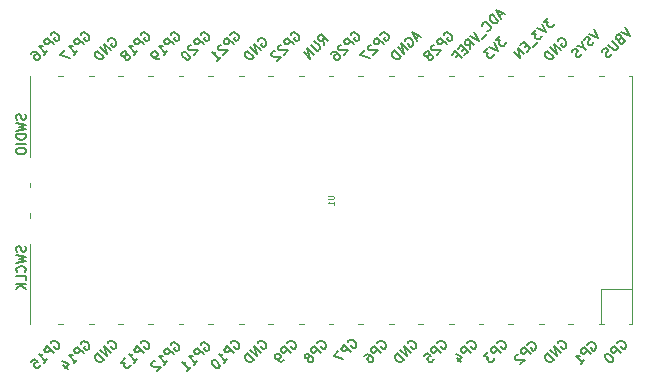
<source format=gbr>
%TF.GenerationSoftware,KiCad,Pcbnew,7.0.8-7.0.8~ubuntu22.04.1*%
%TF.CreationDate,2023-11-03T21:58:31+01:00*%
%TF.ProjectId,door_if4_usb,646f6f72-5f69-4663-945f-7573622e6b69,rev?*%
%TF.SameCoordinates,Original*%
%TF.FileFunction,Legend,Bot*%
%TF.FilePolarity,Positive*%
%FSLAX46Y46*%
G04 Gerber Fmt 4.6, Leading zero omitted, Abs format (unit mm)*
G04 Created by KiCad (PCBNEW 7.0.8-7.0.8~ubuntu22.04.1) date 2023-11-03 21:58:31*
%MOMM*%
%LPD*%
G01*
G04 APERTURE LIST*
%ADD10C,0.100000*%
%ADD11C,0.150000*%
%ADD12C,0.120000*%
%ADD13C,2.000000*%
%ADD14C,3.200000*%
%ADD15R,3.500000X1.700000*%
%ADD16R,1.700000X3.500000*%
%ADD17O,1.800000X1.800000*%
%ADD18O,1.500000X1.500000*%
G04 APERTURE END LIST*
D10*
X123726109Y-120344047D02*
X124130871Y-120344047D01*
X124130871Y-120344047D02*
X124178490Y-120367857D01*
X124178490Y-120367857D02*
X124202300Y-120391666D01*
X124202300Y-120391666D02*
X124226109Y-120439285D01*
X124226109Y-120439285D02*
X124226109Y-120534523D01*
X124226109Y-120534523D02*
X124202300Y-120582142D01*
X124202300Y-120582142D02*
X124178490Y-120605952D01*
X124178490Y-120605952D02*
X124130871Y-120629761D01*
X124130871Y-120629761D02*
X123726109Y-120629761D01*
X124226109Y-121129762D02*
X124226109Y-120844048D01*
X124226109Y-120986905D02*
X123726109Y-120986905D01*
X123726109Y-120986905D02*
X123797538Y-120939286D01*
X123797538Y-120939286D02*
X123845157Y-120891667D01*
X123845157Y-120891667D02*
X123868966Y-120844048D01*
D11*
X120580868Y-106714998D02*
X120607805Y-106634185D01*
X120607805Y-106634185D02*
X120688618Y-106553373D01*
X120688618Y-106553373D02*
X120796367Y-106499498D01*
X120796367Y-106499498D02*
X120904117Y-106499498D01*
X120904117Y-106499498D02*
X120984929Y-106526436D01*
X120984929Y-106526436D02*
X121119616Y-106607248D01*
X121119616Y-106607248D02*
X121200428Y-106688060D01*
X121200428Y-106688060D02*
X121281241Y-106822747D01*
X121281241Y-106822747D02*
X121308178Y-106903560D01*
X121308178Y-106903560D02*
X121308178Y-107011309D01*
X121308178Y-107011309D02*
X121254303Y-107119059D01*
X121254303Y-107119059D02*
X121200428Y-107172934D01*
X121200428Y-107172934D02*
X121092679Y-107226808D01*
X121092679Y-107226808D02*
X121038804Y-107226808D01*
X121038804Y-107226808D02*
X120850242Y-107038247D01*
X120850242Y-107038247D02*
X120957992Y-106930497D01*
X120850242Y-107523120D02*
X120284557Y-106957434D01*
X120284557Y-106957434D02*
X120069057Y-107172934D01*
X120069057Y-107172934D02*
X120042120Y-107253746D01*
X120042120Y-107253746D02*
X120042120Y-107307621D01*
X120042120Y-107307621D02*
X120069057Y-107388433D01*
X120069057Y-107388433D02*
X120149870Y-107469245D01*
X120149870Y-107469245D02*
X120230682Y-107496182D01*
X120230682Y-107496182D02*
X120284557Y-107496182D01*
X120284557Y-107496182D02*
X120365369Y-107469245D01*
X120365369Y-107469245D02*
X120580868Y-107253746D01*
X119799683Y-107550057D02*
X119745809Y-107550057D01*
X119745809Y-107550057D02*
X119664996Y-107576995D01*
X119664996Y-107576995D02*
X119530309Y-107711682D01*
X119530309Y-107711682D02*
X119503372Y-107792494D01*
X119503372Y-107792494D02*
X119503372Y-107846369D01*
X119503372Y-107846369D02*
X119530309Y-107927181D01*
X119530309Y-107927181D02*
X119584184Y-107981056D01*
X119584184Y-107981056D02*
X119691934Y-108034930D01*
X119691934Y-108034930D02*
X120338431Y-108034930D01*
X120338431Y-108034930D02*
X119988245Y-108385117D01*
X119260935Y-108088805D02*
X119207060Y-108088805D01*
X119207060Y-108088805D02*
X119126248Y-108115743D01*
X119126248Y-108115743D02*
X118991561Y-108250430D01*
X118991561Y-108250430D02*
X118964624Y-108331242D01*
X118964624Y-108331242D02*
X118964624Y-108385117D01*
X118964624Y-108385117D02*
X118991561Y-108465929D01*
X118991561Y-108465929D02*
X119045436Y-108519804D01*
X119045436Y-108519804D02*
X119153186Y-108573679D01*
X119153186Y-108573679D02*
X119799683Y-108573679D01*
X119799683Y-108573679D02*
X119449497Y-108923865D01*
X130498431Y-132811435D02*
X130525368Y-132730623D01*
X130525368Y-132730623D02*
X130606180Y-132649811D01*
X130606180Y-132649811D02*
X130713930Y-132595936D01*
X130713930Y-132595936D02*
X130821680Y-132595936D01*
X130821680Y-132595936D02*
X130902492Y-132622873D01*
X130902492Y-132622873D02*
X131037179Y-132703685D01*
X131037179Y-132703685D02*
X131117991Y-132784498D01*
X131117991Y-132784498D02*
X131198803Y-132919185D01*
X131198803Y-132919185D02*
X131225741Y-132999997D01*
X131225741Y-132999997D02*
X131225741Y-133107746D01*
X131225741Y-133107746D02*
X131171866Y-133215496D01*
X131171866Y-133215496D02*
X131117991Y-133269371D01*
X131117991Y-133269371D02*
X131010241Y-133323246D01*
X131010241Y-133323246D02*
X130956367Y-133323246D01*
X130956367Y-133323246D02*
X130767805Y-133134684D01*
X130767805Y-133134684D02*
X130875554Y-133026934D01*
X130767805Y-133619557D02*
X130202119Y-133053872D01*
X130202119Y-133053872D02*
X130444556Y-133942806D01*
X130444556Y-133942806D02*
X129878871Y-133377120D01*
X130175182Y-134212180D02*
X129609497Y-133646494D01*
X129609497Y-133646494D02*
X129474810Y-133781181D01*
X129474810Y-133781181D02*
X129420935Y-133888931D01*
X129420935Y-133888931D02*
X129420935Y-133996680D01*
X129420935Y-133996680D02*
X129447872Y-134077493D01*
X129447872Y-134077493D02*
X129528685Y-134212180D01*
X129528685Y-134212180D02*
X129609497Y-134292992D01*
X129609497Y-134292992D02*
X129744184Y-134373804D01*
X129744184Y-134373804D02*
X129824996Y-134400741D01*
X129824996Y-134400741D02*
X129932746Y-134400741D01*
X129932746Y-134400741D02*
X130040495Y-134346867D01*
X130040495Y-134346867D02*
X130175182Y-134212180D01*
X112960868Y-106714998D02*
X112987805Y-106634185D01*
X112987805Y-106634185D02*
X113068618Y-106553373D01*
X113068618Y-106553373D02*
X113176367Y-106499498D01*
X113176367Y-106499498D02*
X113284117Y-106499498D01*
X113284117Y-106499498D02*
X113364929Y-106526436D01*
X113364929Y-106526436D02*
X113499616Y-106607248D01*
X113499616Y-106607248D02*
X113580428Y-106688060D01*
X113580428Y-106688060D02*
X113661241Y-106822747D01*
X113661241Y-106822747D02*
X113688178Y-106903560D01*
X113688178Y-106903560D02*
X113688178Y-107011309D01*
X113688178Y-107011309D02*
X113634303Y-107119059D01*
X113634303Y-107119059D02*
X113580428Y-107172934D01*
X113580428Y-107172934D02*
X113472679Y-107226808D01*
X113472679Y-107226808D02*
X113418804Y-107226808D01*
X113418804Y-107226808D02*
X113230242Y-107038247D01*
X113230242Y-107038247D02*
X113337992Y-106930497D01*
X113230242Y-107523120D02*
X112664557Y-106957434D01*
X112664557Y-106957434D02*
X112449057Y-107172934D01*
X112449057Y-107172934D02*
X112422120Y-107253746D01*
X112422120Y-107253746D02*
X112422120Y-107307621D01*
X112422120Y-107307621D02*
X112449057Y-107388433D01*
X112449057Y-107388433D02*
X112529870Y-107469245D01*
X112529870Y-107469245D02*
X112610682Y-107496182D01*
X112610682Y-107496182D02*
X112664557Y-107496182D01*
X112664557Y-107496182D02*
X112745369Y-107469245D01*
X112745369Y-107469245D02*
X112960868Y-107253746D01*
X112179683Y-107550057D02*
X112125809Y-107550057D01*
X112125809Y-107550057D02*
X112044996Y-107576995D01*
X112044996Y-107576995D02*
X111910309Y-107711682D01*
X111910309Y-107711682D02*
X111883372Y-107792494D01*
X111883372Y-107792494D02*
X111883372Y-107846369D01*
X111883372Y-107846369D02*
X111910309Y-107927181D01*
X111910309Y-107927181D02*
X111964184Y-107981056D01*
X111964184Y-107981056D02*
X112071934Y-108034930D01*
X112071934Y-108034930D02*
X112718431Y-108034930D01*
X112718431Y-108034930D02*
X112368245Y-108385117D01*
X111452373Y-108169618D02*
X111398499Y-108223492D01*
X111398499Y-108223492D02*
X111371561Y-108304305D01*
X111371561Y-108304305D02*
X111371561Y-108358179D01*
X111371561Y-108358179D02*
X111398499Y-108438992D01*
X111398499Y-108438992D02*
X111479311Y-108573679D01*
X111479311Y-108573679D02*
X111613998Y-108708366D01*
X111613998Y-108708366D02*
X111748685Y-108789178D01*
X111748685Y-108789178D02*
X111829497Y-108816115D01*
X111829497Y-108816115D02*
X111883372Y-108816115D01*
X111883372Y-108816115D02*
X111964184Y-108789178D01*
X111964184Y-108789178D02*
X112018059Y-108735303D01*
X112018059Y-108735303D02*
X112044996Y-108654491D01*
X112044996Y-108654491D02*
X112044996Y-108600616D01*
X112044996Y-108600616D02*
X112018059Y-108519804D01*
X112018059Y-108519804D02*
X111937247Y-108385117D01*
X111937247Y-108385117D02*
X111802560Y-108250430D01*
X111802560Y-108250430D02*
X111667873Y-108169618D01*
X111667873Y-108169618D02*
X111587060Y-108142680D01*
X111587060Y-108142680D02*
X111533186Y-108142680D01*
X111533186Y-108142680D02*
X111452373Y-108169618D01*
X143198431Y-132811435D02*
X143225368Y-132730623D01*
X143225368Y-132730623D02*
X143306180Y-132649811D01*
X143306180Y-132649811D02*
X143413930Y-132595936D01*
X143413930Y-132595936D02*
X143521680Y-132595936D01*
X143521680Y-132595936D02*
X143602492Y-132622873D01*
X143602492Y-132622873D02*
X143737179Y-132703685D01*
X143737179Y-132703685D02*
X143817991Y-132784498D01*
X143817991Y-132784498D02*
X143898803Y-132919185D01*
X143898803Y-132919185D02*
X143925741Y-132999997D01*
X143925741Y-132999997D02*
X143925741Y-133107746D01*
X143925741Y-133107746D02*
X143871866Y-133215496D01*
X143871866Y-133215496D02*
X143817991Y-133269371D01*
X143817991Y-133269371D02*
X143710241Y-133323246D01*
X143710241Y-133323246D02*
X143656367Y-133323246D01*
X143656367Y-133323246D02*
X143467805Y-133134684D01*
X143467805Y-133134684D02*
X143575554Y-133026934D01*
X143467805Y-133619557D02*
X142902119Y-133053872D01*
X142902119Y-133053872D02*
X143144556Y-133942806D01*
X143144556Y-133942806D02*
X142578871Y-133377120D01*
X142875182Y-134212180D02*
X142309497Y-133646494D01*
X142309497Y-133646494D02*
X142174810Y-133781181D01*
X142174810Y-133781181D02*
X142120935Y-133888931D01*
X142120935Y-133888931D02*
X142120935Y-133996680D01*
X142120935Y-133996680D02*
X142147872Y-134077493D01*
X142147872Y-134077493D02*
X142228685Y-134212180D01*
X142228685Y-134212180D02*
X142309497Y-134292992D01*
X142309497Y-134292992D02*
X142444184Y-134373804D01*
X142444184Y-134373804D02*
X142524996Y-134400741D01*
X142524996Y-134400741D02*
X142632746Y-134400741D01*
X142632746Y-134400741D02*
X142740495Y-134346867D01*
X142740495Y-134346867D02*
X142875182Y-134212180D01*
X112960868Y-132968998D02*
X112987805Y-132888185D01*
X112987805Y-132888185D02*
X113068618Y-132807373D01*
X113068618Y-132807373D02*
X113176367Y-132753498D01*
X113176367Y-132753498D02*
X113284117Y-132753498D01*
X113284117Y-132753498D02*
X113364929Y-132780436D01*
X113364929Y-132780436D02*
X113499616Y-132861248D01*
X113499616Y-132861248D02*
X113580428Y-132942060D01*
X113580428Y-132942060D02*
X113661241Y-133076747D01*
X113661241Y-133076747D02*
X113688178Y-133157560D01*
X113688178Y-133157560D02*
X113688178Y-133265309D01*
X113688178Y-133265309D02*
X113634303Y-133373059D01*
X113634303Y-133373059D02*
X113580428Y-133426934D01*
X113580428Y-133426934D02*
X113472679Y-133480808D01*
X113472679Y-133480808D02*
X113418804Y-133480808D01*
X113418804Y-133480808D02*
X113230242Y-133292247D01*
X113230242Y-133292247D02*
X113337992Y-133184497D01*
X113230242Y-133777120D02*
X112664557Y-133211434D01*
X112664557Y-133211434D02*
X112449057Y-133426934D01*
X112449057Y-133426934D02*
X112422120Y-133507746D01*
X112422120Y-133507746D02*
X112422120Y-133561621D01*
X112422120Y-133561621D02*
X112449057Y-133642433D01*
X112449057Y-133642433D02*
X112529870Y-133723245D01*
X112529870Y-133723245D02*
X112610682Y-133750182D01*
X112610682Y-133750182D02*
X112664557Y-133750182D01*
X112664557Y-133750182D02*
X112745369Y-133723245D01*
X112745369Y-133723245D02*
X112960868Y-133507746D01*
X112368245Y-134639117D02*
X112691494Y-134315868D01*
X112529870Y-134477492D02*
X111964184Y-133911807D01*
X111964184Y-133911807D02*
X112098871Y-133938744D01*
X112098871Y-133938744D02*
X112206621Y-133938744D01*
X112206621Y-133938744D02*
X112287433Y-133911807D01*
X111829497Y-135177865D02*
X112152746Y-134854616D01*
X111991121Y-135016240D02*
X111425436Y-134450555D01*
X111425436Y-134450555D02*
X111560123Y-134477492D01*
X111560123Y-134477492D02*
X111667873Y-134477492D01*
X111667873Y-134477492D02*
X111748685Y-134450555D01*
X123403710Y-107563651D02*
X123322898Y-107105716D01*
X123726959Y-107240403D02*
X123161274Y-106674717D01*
X123161274Y-106674717D02*
X122945775Y-106890216D01*
X122945775Y-106890216D02*
X122918837Y-106971029D01*
X122918837Y-106971029D02*
X122918837Y-107024903D01*
X122918837Y-107024903D02*
X122945775Y-107105716D01*
X122945775Y-107105716D02*
X123026587Y-107186528D01*
X123026587Y-107186528D02*
X123107399Y-107213465D01*
X123107399Y-107213465D02*
X123161274Y-107213465D01*
X123161274Y-107213465D02*
X123242086Y-107186528D01*
X123242086Y-107186528D02*
X123457585Y-106971029D01*
X122595588Y-107240403D02*
X123053524Y-107698338D01*
X123053524Y-107698338D02*
X123080462Y-107779151D01*
X123080462Y-107779151D02*
X123080462Y-107833025D01*
X123080462Y-107833025D02*
X123053524Y-107913838D01*
X123053524Y-107913838D02*
X122945775Y-108021587D01*
X122945775Y-108021587D02*
X122864962Y-108048525D01*
X122864962Y-108048525D02*
X122811088Y-108048525D01*
X122811088Y-108048525D02*
X122730275Y-108021587D01*
X122730275Y-108021587D02*
X122272340Y-107563651D01*
X122568651Y-108398711D02*
X122002966Y-107833025D01*
X122002966Y-107833025D02*
X122245402Y-108721959D01*
X122245402Y-108721959D02*
X121679717Y-108156274D01*
X102800868Y-106714998D02*
X102827805Y-106634185D01*
X102827805Y-106634185D02*
X102908618Y-106553373D01*
X102908618Y-106553373D02*
X103016367Y-106499498D01*
X103016367Y-106499498D02*
X103124117Y-106499498D01*
X103124117Y-106499498D02*
X103204929Y-106526436D01*
X103204929Y-106526436D02*
X103339616Y-106607248D01*
X103339616Y-106607248D02*
X103420428Y-106688060D01*
X103420428Y-106688060D02*
X103501241Y-106822747D01*
X103501241Y-106822747D02*
X103528178Y-106903560D01*
X103528178Y-106903560D02*
X103528178Y-107011309D01*
X103528178Y-107011309D02*
X103474303Y-107119059D01*
X103474303Y-107119059D02*
X103420428Y-107172934D01*
X103420428Y-107172934D02*
X103312679Y-107226808D01*
X103312679Y-107226808D02*
X103258804Y-107226808D01*
X103258804Y-107226808D02*
X103070242Y-107038247D01*
X103070242Y-107038247D02*
X103177992Y-106930497D01*
X103070242Y-107523120D02*
X102504557Y-106957434D01*
X102504557Y-106957434D02*
X102289057Y-107172934D01*
X102289057Y-107172934D02*
X102262120Y-107253746D01*
X102262120Y-107253746D02*
X102262120Y-107307621D01*
X102262120Y-107307621D02*
X102289057Y-107388433D01*
X102289057Y-107388433D02*
X102369870Y-107469245D01*
X102369870Y-107469245D02*
X102450682Y-107496182D01*
X102450682Y-107496182D02*
X102504557Y-107496182D01*
X102504557Y-107496182D02*
X102585369Y-107469245D01*
X102585369Y-107469245D02*
X102800868Y-107253746D01*
X102208245Y-108385117D02*
X102531494Y-108061868D01*
X102369870Y-108223492D02*
X101804184Y-107657807D01*
X101804184Y-107657807D02*
X101938871Y-107684744D01*
X101938871Y-107684744D02*
X102046621Y-107684744D01*
X102046621Y-107684744D02*
X102127433Y-107657807D01*
X101453998Y-108007993D02*
X101076874Y-108385117D01*
X101076874Y-108385117D02*
X101884996Y-108708366D01*
X140631494Y-132938372D02*
X140658431Y-132857560D01*
X140658431Y-132857560D02*
X140739243Y-132776748D01*
X140739243Y-132776748D02*
X140846993Y-132722873D01*
X140846993Y-132722873D02*
X140954742Y-132722873D01*
X140954742Y-132722873D02*
X141035555Y-132749810D01*
X141035555Y-132749810D02*
X141170242Y-132830623D01*
X141170242Y-132830623D02*
X141251054Y-132911435D01*
X141251054Y-132911435D02*
X141331866Y-133046122D01*
X141331866Y-133046122D02*
X141358803Y-133126934D01*
X141358803Y-133126934D02*
X141358803Y-133234684D01*
X141358803Y-133234684D02*
X141304929Y-133342433D01*
X141304929Y-133342433D02*
X141251054Y-133396308D01*
X141251054Y-133396308D02*
X141143304Y-133450183D01*
X141143304Y-133450183D02*
X141089429Y-133450183D01*
X141089429Y-133450183D02*
X140900868Y-133261621D01*
X140900868Y-133261621D02*
X141008617Y-133153871D01*
X140900868Y-133746494D02*
X140335182Y-133180809D01*
X140335182Y-133180809D02*
X140119683Y-133396308D01*
X140119683Y-133396308D02*
X140092746Y-133477120D01*
X140092746Y-133477120D02*
X140092746Y-133530995D01*
X140092746Y-133530995D02*
X140119683Y-133611807D01*
X140119683Y-133611807D02*
X140200495Y-133692619D01*
X140200495Y-133692619D02*
X140281307Y-133719557D01*
X140281307Y-133719557D02*
X140335182Y-133719557D01*
X140335182Y-133719557D02*
X140415994Y-133692619D01*
X140415994Y-133692619D02*
X140631494Y-133477120D01*
X139850309Y-133773432D02*
X139796434Y-133773432D01*
X139796434Y-133773432D02*
X139715622Y-133800369D01*
X139715622Y-133800369D02*
X139580935Y-133935056D01*
X139580935Y-133935056D02*
X139553998Y-134015868D01*
X139553998Y-134015868D02*
X139553998Y-134069743D01*
X139553998Y-134069743D02*
X139580935Y-134150555D01*
X139580935Y-134150555D02*
X139634810Y-134204430D01*
X139634810Y-134204430D02*
X139742559Y-134258305D01*
X139742559Y-134258305D02*
X140389057Y-134258305D01*
X140389057Y-134258305D02*
X140038871Y-134608491D01*
X122851494Y-132838372D02*
X122878431Y-132757560D01*
X122878431Y-132757560D02*
X122959243Y-132676748D01*
X122959243Y-132676748D02*
X123066993Y-132622873D01*
X123066993Y-132622873D02*
X123174742Y-132622873D01*
X123174742Y-132622873D02*
X123255555Y-132649810D01*
X123255555Y-132649810D02*
X123390242Y-132730623D01*
X123390242Y-132730623D02*
X123471054Y-132811435D01*
X123471054Y-132811435D02*
X123551866Y-132946122D01*
X123551866Y-132946122D02*
X123578803Y-133026934D01*
X123578803Y-133026934D02*
X123578803Y-133134684D01*
X123578803Y-133134684D02*
X123524929Y-133242433D01*
X123524929Y-133242433D02*
X123471054Y-133296308D01*
X123471054Y-133296308D02*
X123363304Y-133350183D01*
X123363304Y-133350183D02*
X123309429Y-133350183D01*
X123309429Y-133350183D02*
X123120868Y-133161621D01*
X123120868Y-133161621D02*
X123228617Y-133053871D01*
X123120868Y-133646494D02*
X122555182Y-133080809D01*
X122555182Y-133080809D02*
X122339683Y-133296308D01*
X122339683Y-133296308D02*
X122312746Y-133377120D01*
X122312746Y-133377120D02*
X122312746Y-133430995D01*
X122312746Y-133430995D02*
X122339683Y-133511807D01*
X122339683Y-133511807D02*
X122420495Y-133592619D01*
X122420495Y-133592619D02*
X122501307Y-133619557D01*
X122501307Y-133619557D02*
X122555182Y-133619557D01*
X122555182Y-133619557D02*
X122635994Y-133592619D01*
X122635994Y-133592619D02*
X122851494Y-133377120D01*
X122151121Y-133969743D02*
X122178059Y-133888931D01*
X122178059Y-133888931D02*
X122178059Y-133835056D01*
X122178059Y-133835056D02*
X122151121Y-133754244D01*
X122151121Y-133754244D02*
X122124184Y-133727306D01*
X122124184Y-133727306D02*
X122043372Y-133700369D01*
X122043372Y-133700369D02*
X121989497Y-133700369D01*
X121989497Y-133700369D02*
X121908685Y-133727306D01*
X121908685Y-133727306D02*
X121800935Y-133835056D01*
X121800935Y-133835056D02*
X121773998Y-133915868D01*
X121773998Y-133915868D02*
X121773998Y-133969743D01*
X121773998Y-133969743D02*
X121800935Y-134050555D01*
X121800935Y-134050555D02*
X121827872Y-134077493D01*
X121827872Y-134077493D02*
X121908685Y-134104430D01*
X121908685Y-134104430D02*
X121962559Y-134104430D01*
X121962559Y-134104430D02*
X122043372Y-134077493D01*
X122043372Y-134077493D02*
X122151121Y-133969743D01*
X122151121Y-133969743D02*
X122231933Y-133942806D01*
X122231933Y-133942806D02*
X122285808Y-133942806D01*
X122285808Y-133942806D02*
X122366620Y-133969743D01*
X122366620Y-133969743D02*
X122474370Y-134077493D01*
X122474370Y-134077493D02*
X122501307Y-134158305D01*
X122501307Y-134158305D02*
X122501307Y-134212180D01*
X122501307Y-134212180D02*
X122474370Y-134292992D01*
X122474370Y-134292992D02*
X122366620Y-134400741D01*
X122366620Y-134400741D02*
X122285808Y-134427679D01*
X122285808Y-134427679D02*
X122231933Y-134427679D01*
X122231933Y-134427679D02*
X122151121Y-134400741D01*
X122151121Y-134400741D02*
X122043372Y-134292992D01*
X122043372Y-134292992D02*
X122016434Y-134212180D01*
X122016434Y-134212180D02*
X122016434Y-134158305D01*
X122016434Y-134158305D02*
X122043372Y-134077493D01*
X145721494Y-132938372D02*
X145748431Y-132857560D01*
X145748431Y-132857560D02*
X145829243Y-132776748D01*
X145829243Y-132776748D02*
X145936993Y-132722873D01*
X145936993Y-132722873D02*
X146044742Y-132722873D01*
X146044742Y-132722873D02*
X146125555Y-132749810D01*
X146125555Y-132749810D02*
X146260242Y-132830623D01*
X146260242Y-132830623D02*
X146341054Y-132911435D01*
X146341054Y-132911435D02*
X146421866Y-133046122D01*
X146421866Y-133046122D02*
X146448803Y-133126934D01*
X146448803Y-133126934D02*
X146448803Y-133234684D01*
X146448803Y-133234684D02*
X146394929Y-133342433D01*
X146394929Y-133342433D02*
X146341054Y-133396308D01*
X146341054Y-133396308D02*
X146233304Y-133450183D01*
X146233304Y-133450183D02*
X146179429Y-133450183D01*
X146179429Y-133450183D02*
X145990868Y-133261621D01*
X145990868Y-133261621D02*
X146098617Y-133153871D01*
X145990868Y-133746494D02*
X145425182Y-133180809D01*
X145425182Y-133180809D02*
X145209683Y-133396308D01*
X145209683Y-133396308D02*
X145182746Y-133477120D01*
X145182746Y-133477120D02*
X145182746Y-133530995D01*
X145182746Y-133530995D02*
X145209683Y-133611807D01*
X145209683Y-133611807D02*
X145290495Y-133692619D01*
X145290495Y-133692619D02*
X145371307Y-133719557D01*
X145371307Y-133719557D02*
X145425182Y-133719557D01*
X145425182Y-133719557D02*
X145505994Y-133692619D01*
X145505994Y-133692619D02*
X145721494Y-133477120D01*
X145128871Y-134608491D02*
X145452120Y-134285242D01*
X145290495Y-134446867D02*
X144724810Y-133881181D01*
X144724810Y-133881181D02*
X144859497Y-133908119D01*
X144859497Y-133908119D02*
X144967246Y-133908119D01*
X144967246Y-133908119D02*
X145048059Y-133881181D01*
X98124200Y-124615475D02*
X98162295Y-124729761D01*
X98162295Y-124729761D02*
X98162295Y-124920237D01*
X98162295Y-124920237D02*
X98124200Y-124996428D01*
X98124200Y-124996428D02*
X98086104Y-125034523D01*
X98086104Y-125034523D02*
X98009914Y-125072618D01*
X98009914Y-125072618D02*
X97933723Y-125072618D01*
X97933723Y-125072618D02*
X97857533Y-125034523D01*
X97857533Y-125034523D02*
X97819438Y-124996428D01*
X97819438Y-124996428D02*
X97781342Y-124920237D01*
X97781342Y-124920237D02*
X97743247Y-124767856D01*
X97743247Y-124767856D02*
X97705152Y-124691666D01*
X97705152Y-124691666D02*
X97667057Y-124653571D01*
X97667057Y-124653571D02*
X97590866Y-124615475D01*
X97590866Y-124615475D02*
X97514676Y-124615475D01*
X97514676Y-124615475D02*
X97438485Y-124653571D01*
X97438485Y-124653571D02*
X97400390Y-124691666D01*
X97400390Y-124691666D02*
X97362295Y-124767856D01*
X97362295Y-124767856D02*
X97362295Y-124958333D01*
X97362295Y-124958333D02*
X97400390Y-125072618D01*
X97362295Y-125339285D02*
X98162295Y-125529761D01*
X98162295Y-125529761D02*
X97590866Y-125682142D01*
X97590866Y-125682142D02*
X98162295Y-125834523D01*
X98162295Y-125834523D02*
X97362295Y-126025000D01*
X98086104Y-126786905D02*
X98124200Y-126748809D01*
X98124200Y-126748809D02*
X98162295Y-126634524D01*
X98162295Y-126634524D02*
X98162295Y-126558333D01*
X98162295Y-126558333D02*
X98124200Y-126444047D01*
X98124200Y-126444047D02*
X98048009Y-126367857D01*
X98048009Y-126367857D02*
X97971819Y-126329762D01*
X97971819Y-126329762D02*
X97819438Y-126291666D01*
X97819438Y-126291666D02*
X97705152Y-126291666D01*
X97705152Y-126291666D02*
X97552771Y-126329762D01*
X97552771Y-126329762D02*
X97476580Y-126367857D01*
X97476580Y-126367857D02*
X97400390Y-126444047D01*
X97400390Y-126444047D02*
X97362295Y-126558333D01*
X97362295Y-126558333D02*
X97362295Y-126634524D01*
X97362295Y-126634524D02*
X97400390Y-126748809D01*
X97400390Y-126748809D02*
X97438485Y-126786905D01*
X98162295Y-127510714D02*
X98162295Y-127129762D01*
X98162295Y-127129762D02*
X97362295Y-127129762D01*
X98162295Y-127777381D02*
X97362295Y-127777381D01*
X98162295Y-128234524D02*
X97705152Y-127891666D01*
X97362295Y-128234524D02*
X97819438Y-127777381D01*
X135551494Y-132838372D02*
X135578431Y-132757560D01*
X135578431Y-132757560D02*
X135659243Y-132676748D01*
X135659243Y-132676748D02*
X135766993Y-132622873D01*
X135766993Y-132622873D02*
X135874742Y-132622873D01*
X135874742Y-132622873D02*
X135955555Y-132649810D01*
X135955555Y-132649810D02*
X136090242Y-132730623D01*
X136090242Y-132730623D02*
X136171054Y-132811435D01*
X136171054Y-132811435D02*
X136251866Y-132946122D01*
X136251866Y-132946122D02*
X136278803Y-133026934D01*
X136278803Y-133026934D02*
X136278803Y-133134684D01*
X136278803Y-133134684D02*
X136224929Y-133242433D01*
X136224929Y-133242433D02*
X136171054Y-133296308D01*
X136171054Y-133296308D02*
X136063304Y-133350183D01*
X136063304Y-133350183D02*
X136009429Y-133350183D01*
X136009429Y-133350183D02*
X135820868Y-133161621D01*
X135820868Y-133161621D02*
X135928617Y-133053871D01*
X135820868Y-133646494D02*
X135255182Y-133080809D01*
X135255182Y-133080809D02*
X135039683Y-133296308D01*
X135039683Y-133296308D02*
X135012746Y-133377120D01*
X135012746Y-133377120D02*
X135012746Y-133430995D01*
X135012746Y-133430995D02*
X135039683Y-133511807D01*
X135039683Y-133511807D02*
X135120495Y-133592619D01*
X135120495Y-133592619D02*
X135201307Y-133619557D01*
X135201307Y-133619557D02*
X135255182Y-133619557D01*
X135255182Y-133619557D02*
X135335994Y-133592619D01*
X135335994Y-133592619D02*
X135551494Y-133377120D01*
X134635622Y-134077493D02*
X135012746Y-134454616D01*
X134554810Y-133727306D02*
X135093558Y-133996680D01*
X135093558Y-133996680D02*
X134743372Y-134346867D01*
X138091494Y-132838372D02*
X138118431Y-132757560D01*
X138118431Y-132757560D02*
X138199243Y-132676748D01*
X138199243Y-132676748D02*
X138306993Y-132622873D01*
X138306993Y-132622873D02*
X138414742Y-132622873D01*
X138414742Y-132622873D02*
X138495555Y-132649810D01*
X138495555Y-132649810D02*
X138630242Y-132730623D01*
X138630242Y-132730623D02*
X138711054Y-132811435D01*
X138711054Y-132811435D02*
X138791866Y-132946122D01*
X138791866Y-132946122D02*
X138818803Y-133026934D01*
X138818803Y-133026934D02*
X138818803Y-133134684D01*
X138818803Y-133134684D02*
X138764929Y-133242433D01*
X138764929Y-133242433D02*
X138711054Y-133296308D01*
X138711054Y-133296308D02*
X138603304Y-133350183D01*
X138603304Y-133350183D02*
X138549429Y-133350183D01*
X138549429Y-133350183D02*
X138360868Y-133161621D01*
X138360868Y-133161621D02*
X138468617Y-133053871D01*
X138360868Y-133646494D02*
X137795182Y-133080809D01*
X137795182Y-133080809D02*
X137579683Y-133296308D01*
X137579683Y-133296308D02*
X137552746Y-133377120D01*
X137552746Y-133377120D02*
X137552746Y-133430995D01*
X137552746Y-133430995D02*
X137579683Y-133511807D01*
X137579683Y-133511807D02*
X137660495Y-133592619D01*
X137660495Y-133592619D02*
X137741307Y-133619557D01*
X137741307Y-133619557D02*
X137795182Y-133619557D01*
X137795182Y-133619557D02*
X137875994Y-133592619D01*
X137875994Y-133592619D02*
X138091494Y-133377120D01*
X137283372Y-133592619D02*
X136933185Y-133942806D01*
X136933185Y-133942806D02*
X137337246Y-133969743D01*
X137337246Y-133969743D02*
X137256434Y-134050555D01*
X137256434Y-134050555D02*
X137229497Y-134131367D01*
X137229497Y-134131367D02*
X137229497Y-134185242D01*
X137229497Y-134185242D02*
X137256434Y-134266054D01*
X137256434Y-134266054D02*
X137391121Y-134400741D01*
X137391121Y-134400741D02*
X137471933Y-134427679D01*
X137471933Y-134427679D02*
X137525808Y-134427679D01*
X137525808Y-134427679D02*
X137606620Y-134400741D01*
X137606620Y-134400741D02*
X137768245Y-134239117D01*
X137768245Y-134239117D02*
X137795182Y-134158305D01*
X137795182Y-134158305D02*
X137795182Y-134104430D01*
X133011494Y-132838372D02*
X133038431Y-132757560D01*
X133038431Y-132757560D02*
X133119243Y-132676748D01*
X133119243Y-132676748D02*
X133226993Y-132622873D01*
X133226993Y-132622873D02*
X133334742Y-132622873D01*
X133334742Y-132622873D02*
X133415555Y-132649810D01*
X133415555Y-132649810D02*
X133550242Y-132730623D01*
X133550242Y-132730623D02*
X133631054Y-132811435D01*
X133631054Y-132811435D02*
X133711866Y-132946122D01*
X133711866Y-132946122D02*
X133738803Y-133026934D01*
X133738803Y-133026934D02*
X133738803Y-133134684D01*
X133738803Y-133134684D02*
X133684929Y-133242433D01*
X133684929Y-133242433D02*
X133631054Y-133296308D01*
X133631054Y-133296308D02*
X133523304Y-133350183D01*
X133523304Y-133350183D02*
X133469429Y-133350183D01*
X133469429Y-133350183D02*
X133280868Y-133161621D01*
X133280868Y-133161621D02*
X133388617Y-133053871D01*
X133280868Y-133646494D02*
X132715182Y-133080809D01*
X132715182Y-133080809D02*
X132499683Y-133296308D01*
X132499683Y-133296308D02*
X132472746Y-133377120D01*
X132472746Y-133377120D02*
X132472746Y-133430995D01*
X132472746Y-133430995D02*
X132499683Y-133511807D01*
X132499683Y-133511807D02*
X132580495Y-133592619D01*
X132580495Y-133592619D02*
X132661307Y-133619557D01*
X132661307Y-133619557D02*
X132715182Y-133619557D01*
X132715182Y-133619557D02*
X132795994Y-133592619D01*
X132795994Y-133592619D02*
X133011494Y-133377120D01*
X131880123Y-133915868D02*
X132149497Y-133646494D01*
X132149497Y-133646494D02*
X132445808Y-133888931D01*
X132445808Y-133888931D02*
X132391933Y-133888931D01*
X132391933Y-133888931D02*
X132311121Y-133915868D01*
X132311121Y-133915868D02*
X132176434Y-134050555D01*
X132176434Y-134050555D02*
X132149497Y-134131367D01*
X132149497Y-134131367D02*
X132149497Y-134185242D01*
X132149497Y-134185242D02*
X132176434Y-134266054D01*
X132176434Y-134266054D02*
X132311121Y-134400741D01*
X132311121Y-134400741D02*
X132391933Y-134427679D01*
X132391933Y-134427679D02*
X132445808Y-134427679D01*
X132445808Y-134427679D02*
X132526620Y-134400741D01*
X132526620Y-134400741D02*
X132661307Y-134266054D01*
X132661307Y-134266054D02*
X132688245Y-134185242D01*
X132688245Y-134185242D02*
X132688245Y-134131367D01*
X107880868Y-132822998D02*
X107907805Y-132742185D01*
X107907805Y-132742185D02*
X107988618Y-132661373D01*
X107988618Y-132661373D02*
X108096367Y-132607498D01*
X108096367Y-132607498D02*
X108204117Y-132607498D01*
X108204117Y-132607498D02*
X108284929Y-132634436D01*
X108284929Y-132634436D02*
X108419616Y-132715248D01*
X108419616Y-132715248D02*
X108500428Y-132796060D01*
X108500428Y-132796060D02*
X108581241Y-132930747D01*
X108581241Y-132930747D02*
X108608178Y-133011560D01*
X108608178Y-133011560D02*
X108608178Y-133119309D01*
X108608178Y-133119309D02*
X108554303Y-133227059D01*
X108554303Y-133227059D02*
X108500428Y-133280934D01*
X108500428Y-133280934D02*
X108392679Y-133334808D01*
X108392679Y-133334808D02*
X108338804Y-133334808D01*
X108338804Y-133334808D02*
X108150242Y-133146247D01*
X108150242Y-133146247D02*
X108257992Y-133038497D01*
X108150242Y-133631120D02*
X107584557Y-133065434D01*
X107584557Y-133065434D02*
X107369057Y-133280934D01*
X107369057Y-133280934D02*
X107342120Y-133361746D01*
X107342120Y-133361746D02*
X107342120Y-133415621D01*
X107342120Y-133415621D02*
X107369057Y-133496433D01*
X107369057Y-133496433D02*
X107449870Y-133577245D01*
X107449870Y-133577245D02*
X107530682Y-133604182D01*
X107530682Y-133604182D02*
X107584557Y-133604182D01*
X107584557Y-133604182D02*
X107665369Y-133577245D01*
X107665369Y-133577245D02*
X107880868Y-133361746D01*
X107288245Y-134493117D02*
X107611494Y-134169868D01*
X107449870Y-134331492D02*
X106884184Y-133765807D01*
X106884184Y-133765807D02*
X107018871Y-133792744D01*
X107018871Y-133792744D02*
X107126621Y-133792744D01*
X107126621Y-133792744D02*
X107207433Y-133765807D01*
X106533998Y-134115993D02*
X106183812Y-134466179D01*
X106183812Y-134466179D02*
X106587873Y-134493117D01*
X106587873Y-134493117D02*
X106507060Y-134573929D01*
X106507060Y-134573929D02*
X106480123Y-134654741D01*
X106480123Y-134654741D02*
X106480123Y-134708616D01*
X106480123Y-134708616D02*
X106507060Y-134789428D01*
X106507060Y-134789428D02*
X106641747Y-134924115D01*
X106641747Y-134924115D02*
X106722560Y-134951053D01*
X106722560Y-134951053D02*
X106776434Y-134951053D01*
X106776434Y-134951053D02*
X106857247Y-134924115D01*
X106857247Y-134924115D02*
X107018871Y-134762491D01*
X107018871Y-134762491D02*
X107045808Y-134681679D01*
X107045808Y-134681679D02*
X107045808Y-134627804D01*
X133534868Y-106714998D02*
X133561805Y-106634185D01*
X133561805Y-106634185D02*
X133642618Y-106553373D01*
X133642618Y-106553373D02*
X133750367Y-106499498D01*
X133750367Y-106499498D02*
X133858117Y-106499498D01*
X133858117Y-106499498D02*
X133938929Y-106526436D01*
X133938929Y-106526436D02*
X134073616Y-106607248D01*
X134073616Y-106607248D02*
X134154428Y-106688060D01*
X134154428Y-106688060D02*
X134235241Y-106822747D01*
X134235241Y-106822747D02*
X134262178Y-106903560D01*
X134262178Y-106903560D02*
X134262178Y-107011309D01*
X134262178Y-107011309D02*
X134208303Y-107119059D01*
X134208303Y-107119059D02*
X134154428Y-107172934D01*
X134154428Y-107172934D02*
X134046679Y-107226808D01*
X134046679Y-107226808D02*
X133992804Y-107226808D01*
X133992804Y-107226808D02*
X133804242Y-107038247D01*
X133804242Y-107038247D02*
X133911992Y-106930497D01*
X133804242Y-107523120D02*
X133238557Y-106957434D01*
X133238557Y-106957434D02*
X133023057Y-107172934D01*
X133023057Y-107172934D02*
X132996120Y-107253746D01*
X132996120Y-107253746D02*
X132996120Y-107307621D01*
X132996120Y-107307621D02*
X133023057Y-107388433D01*
X133023057Y-107388433D02*
X133103870Y-107469245D01*
X133103870Y-107469245D02*
X133184682Y-107496182D01*
X133184682Y-107496182D02*
X133238557Y-107496182D01*
X133238557Y-107496182D02*
X133319369Y-107469245D01*
X133319369Y-107469245D02*
X133534868Y-107253746D01*
X132753683Y-107550057D02*
X132699809Y-107550057D01*
X132699809Y-107550057D02*
X132618996Y-107576995D01*
X132618996Y-107576995D02*
X132484309Y-107711682D01*
X132484309Y-107711682D02*
X132457372Y-107792494D01*
X132457372Y-107792494D02*
X132457372Y-107846369D01*
X132457372Y-107846369D02*
X132484309Y-107927181D01*
X132484309Y-107927181D02*
X132538184Y-107981056D01*
X132538184Y-107981056D02*
X132645934Y-108034930D01*
X132645934Y-108034930D02*
X133292431Y-108034930D01*
X133292431Y-108034930D02*
X132942245Y-108385117D01*
X132295747Y-108385117D02*
X132322685Y-108304305D01*
X132322685Y-108304305D02*
X132322685Y-108250430D01*
X132322685Y-108250430D02*
X132295747Y-108169618D01*
X132295747Y-108169618D02*
X132268810Y-108142680D01*
X132268810Y-108142680D02*
X132187998Y-108115743D01*
X132187998Y-108115743D02*
X132134123Y-108115743D01*
X132134123Y-108115743D02*
X132053311Y-108142680D01*
X132053311Y-108142680D02*
X131945561Y-108250430D01*
X131945561Y-108250430D02*
X131918624Y-108331242D01*
X131918624Y-108331242D02*
X131918624Y-108385117D01*
X131918624Y-108385117D02*
X131945561Y-108465929D01*
X131945561Y-108465929D02*
X131972499Y-108492866D01*
X131972499Y-108492866D02*
X132053311Y-108519804D01*
X132053311Y-108519804D02*
X132107186Y-108519804D01*
X132107186Y-108519804D02*
X132187998Y-108492866D01*
X132187998Y-108492866D02*
X132295747Y-108385117D01*
X132295747Y-108385117D02*
X132376560Y-108358179D01*
X132376560Y-108358179D02*
X132430434Y-108358179D01*
X132430434Y-108358179D02*
X132511247Y-108385117D01*
X132511247Y-108385117D02*
X132618996Y-108492866D01*
X132618996Y-108492866D02*
X132645934Y-108573679D01*
X132645934Y-108573679D02*
X132645934Y-108627553D01*
X132645934Y-108627553D02*
X132618996Y-108708366D01*
X132618996Y-108708366D02*
X132511247Y-108816115D01*
X132511247Y-108816115D02*
X132430434Y-108843053D01*
X132430434Y-108843053D02*
X132376560Y-108843053D01*
X132376560Y-108843053D02*
X132295747Y-108816115D01*
X132295747Y-108816115D02*
X132187998Y-108708366D01*
X132187998Y-108708366D02*
X132161060Y-108627553D01*
X132161060Y-108627553D02*
X132161060Y-108573679D01*
X132161060Y-108573679D02*
X132187998Y-108492866D01*
X100260868Y-132822998D02*
X100287805Y-132742185D01*
X100287805Y-132742185D02*
X100368618Y-132661373D01*
X100368618Y-132661373D02*
X100476367Y-132607498D01*
X100476367Y-132607498D02*
X100584117Y-132607498D01*
X100584117Y-132607498D02*
X100664929Y-132634436D01*
X100664929Y-132634436D02*
X100799616Y-132715248D01*
X100799616Y-132715248D02*
X100880428Y-132796060D01*
X100880428Y-132796060D02*
X100961241Y-132930747D01*
X100961241Y-132930747D02*
X100988178Y-133011560D01*
X100988178Y-133011560D02*
X100988178Y-133119309D01*
X100988178Y-133119309D02*
X100934303Y-133227059D01*
X100934303Y-133227059D02*
X100880428Y-133280934D01*
X100880428Y-133280934D02*
X100772679Y-133334808D01*
X100772679Y-133334808D02*
X100718804Y-133334808D01*
X100718804Y-133334808D02*
X100530242Y-133146247D01*
X100530242Y-133146247D02*
X100637992Y-133038497D01*
X100530242Y-133631120D02*
X99964557Y-133065434D01*
X99964557Y-133065434D02*
X99749057Y-133280934D01*
X99749057Y-133280934D02*
X99722120Y-133361746D01*
X99722120Y-133361746D02*
X99722120Y-133415621D01*
X99722120Y-133415621D02*
X99749057Y-133496433D01*
X99749057Y-133496433D02*
X99829870Y-133577245D01*
X99829870Y-133577245D02*
X99910682Y-133604182D01*
X99910682Y-133604182D02*
X99964557Y-133604182D01*
X99964557Y-133604182D02*
X100045369Y-133577245D01*
X100045369Y-133577245D02*
X100260868Y-133361746D01*
X99668245Y-134493117D02*
X99991494Y-134169868D01*
X99829870Y-134331492D02*
X99264184Y-133765807D01*
X99264184Y-133765807D02*
X99398871Y-133792744D01*
X99398871Y-133792744D02*
X99506621Y-133792744D01*
X99506621Y-133792744D02*
X99587433Y-133765807D01*
X98590749Y-134439242D02*
X98860123Y-134169868D01*
X98860123Y-134169868D02*
X99156434Y-134412305D01*
X99156434Y-134412305D02*
X99102560Y-134412305D01*
X99102560Y-134412305D02*
X99021747Y-134439242D01*
X99021747Y-134439242D02*
X98887060Y-134573929D01*
X98887060Y-134573929D02*
X98860123Y-134654741D01*
X98860123Y-134654741D02*
X98860123Y-134708616D01*
X98860123Y-134708616D02*
X98887060Y-134789428D01*
X98887060Y-134789428D02*
X99021747Y-134924115D01*
X99021747Y-134924115D02*
X99102560Y-134951053D01*
X99102560Y-134951053D02*
X99156434Y-134951053D01*
X99156434Y-134951053D02*
X99237247Y-134924115D01*
X99237247Y-134924115D02*
X99371934Y-134789428D01*
X99371934Y-134789428D02*
X99398871Y-134708616D01*
X99398871Y-134708616D02*
X99398871Y-134654741D01*
X102800868Y-132868998D02*
X102827805Y-132788185D01*
X102827805Y-132788185D02*
X102908618Y-132707373D01*
X102908618Y-132707373D02*
X103016367Y-132653498D01*
X103016367Y-132653498D02*
X103124117Y-132653498D01*
X103124117Y-132653498D02*
X103204929Y-132680436D01*
X103204929Y-132680436D02*
X103339616Y-132761248D01*
X103339616Y-132761248D02*
X103420428Y-132842060D01*
X103420428Y-132842060D02*
X103501241Y-132976747D01*
X103501241Y-132976747D02*
X103528178Y-133057560D01*
X103528178Y-133057560D02*
X103528178Y-133165309D01*
X103528178Y-133165309D02*
X103474303Y-133273059D01*
X103474303Y-133273059D02*
X103420428Y-133326934D01*
X103420428Y-133326934D02*
X103312679Y-133380808D01*
X103312679Y-133380808D02*
X103258804Y-133380808D01*
X103258804Y-133380808D02*
X103070242Y-133192247D01*
X103070242Y-133192247D02*
X103177992Y-133084497D01*
X103070242Y-133677120D02*
X102504557Y-133111434D01*
X102504557Y-133111434D02*
X102289057Y-133326934D01*
X102289057Y-133326934D02*
X102262120Y-133407746D01*
X102262120Y-133407746D02*
X102262120Y-133461621D01*
X102262120Y-133461621D02*
X102289057Y-133542433D01*
X102289057Y-133542433D02*
X102369870Y-133623245D01*
X102369870Y-133623245D02*
X102450682Y-133650182D01*
X102450682Y-133650182D02*
X102504557Y-133650182D01*
X102504557Y-133650182D02*
X102585369Y-133623245D01*
X102585369Y-133623245D02*
X102800868Y-133407746D01*
X102208245Y-134539117D02*
X102531494Y-134215868D01*
X102369870Y-134377492D02*
X101804184Y-133811807D01*
X101804184Y-133811807D02*
X101938871Y-133838744D01*
X101938871Y-133838744D02*
X102046621Y-133838744D01*
X102046621Y-133838744D02*
X102127433Y-133811807D01*
X101346248Y-134646866D02*
X101723372Y-135023990D01*
X101265436Y-134296680D02*
X101804184Y-134566054D01*
X101804184Y-134566054D02*
X101453998Y-134916240D01*
X142358584Y-105247407D02*
X142008398Y-105597593D01*
X142008398Y-105597593D02*
X142412459Y-105624531D01*
X142412459Y-105624531D02*
X142331646Y-105705343D01*
X142331646Y-105705343D02*
X142304709Y-105786155D01*
X142304709Y-105786155D02*
X142304709Y-105840030D01*
X142304709Y-105840030D02*
X142331646Y-105920842D01*
X142331646Y-105920842D02*
X142466333Y-106055529D01*
X142466333Y-106055529D02*
X142547146Y-106082467D01*
X142547146Y-106082467D02*
X142601020Y-106082467D01*
X142601020Y-106082467D02*
X142681833Y-106055529D01*
X142681833Y-106055529D02*
X142843457Y-105893905D01*
X142843457Y-105893905D02*
X142870394Y-105813093D01*
X142870394Y-105813093D02*
X142870394Y-105759218D01*
X141846773Y-105759218D02*
X142223897Y-106513465D01*
X142223897Y-106513465D02*
X141469649Y-106136342D01*
X141334963Y-106271028D02*
X140984776Y-106621215D01*
X140984776Y-106621215D02*
X141388837Y-106648152D01*
X141388837Y-106648152D02*
X141308025Y-106728964D01*
X141308025Y-106728964D02*
X141281088Y-106809776D01*
X141281088Y-106809776D02*
X141281088Y-106863651D01*
X141281088Y-106863651D02*
X141308025Y-106944464D01*
X141308025Y-106944464D02*
X141442712Y-107079151D01*
X141442712Y-107079151D02*
X141523524Y-107106088D01*
X141523524Y-107106088D02*
X141577399Y-107106088D01*
X141577399Y-107106088D02*
X141658211Y-107079151D01*
X141658211Y-107079151D02*
X141819836Y-106917526D01*
X141819836Y-106917526D02*
X141846773Y-106836714D01*
X141846773Y-106836714D02*
X141846773Y-106782839D01*
X141496587Y-107348525D02*
X141065588Y-107779523D01*
X140580715Y-107564024D02*
X140392153Y-107752586D01*
X140607652Y-108129709D02*
X140877026Y-107860335D01*
X140877026Y-107860335D02*
X140311341Y-107294650D01*
X140311341Y-107294650D02*
X140041967Y-107564024D01*
X140365215Y-108372146D02*
X139799530Y-107806461D01*
X139799530Y-107806461D02*
X140041967Y-108695395D01*
X140041967Y-108695395D02*
X139476281Y-108129710D01*
X125421494Y-132738372D02*
X125448431Y-132657560D01*
X125448431Y-132657560D02*
X125529243Y-132576748D01*
X125529243Y-132576748D02*
X125636993Y-132522873D01*
X125636993Y-132522873D02*
X125744742Y-132522873D01*
X125744742Y-132522873D02*
X125825555Y-132549810D01*
X125825555Y-132549810D02*
X125960242Y-132630623D01*
X125960242Y-132630623D02*
X126041054Y-132711435D01*
X126041054Y-132711435D02*
X126121866Y-132846122D01*
X126121866Y-132846122D02*
X126148803Y-132926934D01*
X126148803Y-132926934D02*
X126148803Y-133034684D01*
X126148803Y-133034684D02*
X126094929Y-133142433D01*
X126094929Y-133142433D02*
X126041054Y-133196308D01*
X126041054Y-133196308D02*
X125933304Y-133250183D01*
X125933304Y-133250183D02*
X125879429Y-133250183D01*
X125879429Y-133250183D02*
X125690868Y-133061621D01*
X125690868Y-133061621D02*
X125798617Y-132953871D01*
X125690868Y-133546494D02*
X125125182Y-132980809D01*
X125125182Y-132980809D02*
X124909683Y-133196308D01*
X124909683Y-133196308D02*
X124882746Y-133277120D01*
X124882746Y-133277120D02*
X124882746Y-133330995D01*
X124882746Y-133330995D02*
X124909683Y-133411807D01*
X124909683Y-133411807D02*
X124990495Y-133492619D01*
X124990495Y-133492619D02*
X125071307Y-133519557D01*
X125071307Y-133519557D02*
X125125182Y-133519557D01*
X125125182Y-133519557D02*
X125205994Y-133492619D01*
X125205994Y-133492619D02*
X125421494Y-133277120D01*
X124613372Y-133492619D02*
X124236248Y-133869743D01*
X124236248Y-133869743D02*
X125044370Y-134192992D01*
X115490868Y-106714998D02*
X115517805Y-106634185D01*
X115517805Y-106634185D02*
X115598618Y-106553373D01*
X115598618Y-106553373D02*
X115706367Y-106499498D01*
X115706367Y-106499498D02*
X115814117Y-106499498D01*
X115814117Y-106499498D02*
X115894929Y-106526436D01*
X115894929Y-106526436D02*
X116029616Y-106607248D01*
X116029616Y-106607248D02*
X116110428Y-106688060D01*
X116110428Y-106688060D02*
X116191241Y-106822747D01*
X116191241Y-106822747D02*
X116218178Y-106903560D01*
X116218178Y-106903560D02*
X116218178Y-107011309D01*
X116218178Y-107011309D02*
X116164303Y-107119059D01*
X116164303Y-107119059D02*
X116110428Y-107172934D01*
X116110428Y-107172934D02*
X116002679Y-107226808D01*
X116002679Y-107226808D02*
X115948804Y-107226808D01*
X115948804Y-107226808D02*
X115760242Y-107038247D01*
X115760242Y-107038247D02*
X115867992Y-106930497D01*
X115760242Y-107523120D02*
X115194557Y-106957434D01*
X115194557Y-106957434D02*
X114979057Y-107172934D01*
X114979057Y-107172934D02*
X114952120Y-107253746D01*
X114952120Y-107253746D02*
X114952120Y-107307621D01*
X114952120Y-107307621D02*
X114979057Y-107388433D01*
X114979057Y-107388433D02*
X115059870Y-107469245D01*
X115059870Y-107469245D02*
X115140682Y-107496182D01*
X115140682Y-107496182D02*
X115194557Y-107496182D01*
X115194557Y-107496182D02*
X115275369Y-107469245D01*
X115275369Y-107469245D02*
X115490868Y-107253746D01*
X114709683Y-107550057D02*
X114655809Y-107550057D01*
X114655809Y-107550057D02*
X114574996Y-107576995D01*
X114574996Y-107576995D02*
X114440309Y-107711682D01*
X114440309Y-107711682D02*
X114413372Y-107792494D01*
X114413372Y-107792494D02*
X114413372Y-107846369D01*
X114413372Y-107846369D02*
X114440309Y-107927181D01*
X114440309Y-107927181D02*
X114494184Y-107981056D01*
X114494184Y-107981056D02*
X114601934Y-108034930D01*
X114601934Y-108034930D02*
X115248431Y-108034930D01*
X115248431Y-108034930D02*
X114898245Y-108385117D01*
X114359497Y-108923865D02*
X114682746Y-108600616D01*
X114521121Y-108762240D02*
X113955436Y-108196555D01*
X113955436Y-108196555D02*
X114090123Y-108223492D01*
X114090123Y-108223492D02*
X114197873Y-108223492D01*
X114197873Y-108223492D02*
X114278685Y-108196555D01*
X105098431Y-132811435D02*
X105125368Y-132730623D01*
X105125368Y-132730623D02*
X105206180Y-132649811D01*
X105206180Y-132649811D02*
X105313930Y-132595936D01*
X105313930Y-132595936D02*
X105421680Y-132595936D01*
X105421680Y-132595936D02*
X105502492Y-132622873D01*
X105502492Y-132622873D02*
X105637179Y-132703685D01*
X105637179Y-132703685D02*
X105717991Y-132784498D01*
X105717991Y-132784498D02*
X105798803Y-132919185D01*
X105798803Y-132919185D02*
X105825741Y-132999997D01*
X105825741Y-132999997D02*
X105825741Y-133107746D01*
X105825741Y-133107746D02*
X105771866Y-133215496D01*
X105771866Y-133215496D02*
X105717991Y-133269371D01*
X105717991Y-133269371D02*
X105610241Y-133323246D01*
X105610241Y-133323246D02*
X105556367Y-133323246D01*
X105556367Y-133323246D02*
X105367805Y-133134684D01*
X105367805Y-133134684D02*
X105475554Y-133026934D01*
X105367805Y-133619557D02*
X104802119Y-133053872D01*
X104802119Y-133053872D02*
X105044556Y-133942806D01*
X105044556Y-133942806D02*
X104478871Y-133377120D01*
X104775182Y-134212180D02*
X104209497Y-133646494D01*
X104209497Y-133646494D02*
X104074810Y-133781181D01*
X104074810Y-133781181D02*
X104020935Y-133888931D01*
X104020935Y-133888931D02*
X104020935Y-133996680D01*
X104020935Y-133996680D02*
X104047872Y-134077493D01*
X104047872Y-134077493D02*
X104128685Y-134212180D01*
X104128685Y-134212180D02*
X104209497Y-134292992D01*
X104209497Y-134292992D02*
X104344184Y-134373804D01*
X104344184Y-134373804D02*
X104424996Y-134400741D01*
X104424996Y-134400741D02*
X104532746Y-134400741D01*
X104532746Y-134400741D02*
X104640495Y-134346867D01*
X104640495Y-134346867D02*
X104775182Y-134212180D01*
X138534049Y-104880064D02*
X138264675Y-105149438D01*
X138749549Y-104987813D02*
X137995301Y-104610690D01*
X137995301Y-104610690D02*
X138372425Y-105364937D01*
X138183863Y-105553499D02*
X137618178Y-104987813D01*
X137618178Y-104987813D02*
X137483491Y-105122500D01*
X137483491Y-105122500D02*
X137429616Y-105230250D01*
X137429616Y-105230250D02*
X137429616Y-105337999D01*
X137429616Y-105337999D02*
X137456553Y-105418812D01*
X137456553Y-105418812D02*
X137537366Y-105553499D01*
X137537366Y-105553499D02*
X137618178Y-105634311D01*
X137618178Y-105634311D02*
X137752865Y-105715123D01*
X137752865Y-105715123D02*
X137833677Y-105742060D01*
X137833677Y-105742060D02*
X137941427Y-105742060D01*
X137941427Y-105742060D02*
X138049176Y-105688186D01*
X138049176Y-105688186D02*
X138183863Y-105553499D01*
X137241054Y-106388558D02*
X137294929Y-106388558D01*
X137294929Y-106388558D02*
X137402679Y-106334683D01*
X137402679Y-106334683D02*
X137456553Y-106280808D01*
X137456553Y-106280808D02*
X137510428Y-106173059D01*
X137510428Y-106173059D02*
X137510428Y-106065309D01*
X137510428Y-106065309D02*
X137483491Y-105984497D01*
X137483491Y-105984497D02*
X137402679Y-105849810D01*
X137402679Y-105849810D02*
X137321866Y-105768998D01*
X137321866Y-105768998D02*
X137187179Y-105688186D01*
X137187179Y-105688186D02*
X137106367Y-105661248D01*
X137106367Y-105661248D02*
X136998618Y-105661248D01*
X136998618Y-105661248D02*
X136890868Y-105715123D01*
X136890868Y-105715123D02*
X136836993Y-105768998D01*
X136836993Y-105768998D02*
X136783118Y-105876747D01*
X136783118Y-105876747D02*
X136783118Y-105930622D01*
X137241054Y-106604057D02*
X136810056Y-107035056D01*
X136136621Y-106469370D02*
X136513744Y-107223618D01*
X136513744Y-107223618D02*
X135759497Y-106846494D01*
X135813372Y-107923990D02*
X135732560Y-107466054D01*
X136136621Y-107600741D02*
X135570935Y-107035056D01*
X135570935Y-107035056D02*
X135355436Y-107250555D01*
X135355436Y-107250555D02*
X135328499Y-107331367D01*
X135328499Y-107331367D02*
X135328499Y-107385242D01*
X135328499Y-107385242D02*
X135355436Y-107466054D01*
X135355436Y-107466054D02*
X135436248Y-107546866D01*
X135436248Y-107546866D02*
X135517061Y-107573804D01*
X135517061Y-107573804D02*
X135570935Y-107573804D01*
X135570935Y-107573804D02*
X135651748Y-107546866D01*
X135651748Y-107546866D02*
X135867247Y-107331367D01*
X135274624Y-107870115D02*
X135086062Y-108058677D01*
X135301561Y-108435800D02*
X135570935Y-108166426D01*
X135570935Y-108166426D02*
X135005250Y-107600741D01*
X135005250Y-107600741D02*
X134735876Y-107870115D01*
X134574251Y-108570488D02*
X134762813Y-108381926D01*
X135059125Y-108678237D02*
X134493439Y-108112552D01*
X134493439Y-108112552D02*
X134224065Y-108381926D01*
X110420868Y-106714998D02*
X110447805Y-106634185D01*
X110447805Y-106634185D02*
X110528618Y-106553373D01*
X110528618Y-106553373D02*
X110636367Y-106499498D01*
X110636367Y-106499498D02*
X110744117Y-106499498D01*
X110744117Y-106499498D02*
X110824929Y-106526436D01*
X110824929Y-106526436D02*
X110959616Y-106607248D01*
X110959616Y-106607248D02*
X111040428Y-106688060D01*
X111040428Y-106688060D02*
X111121241Y-106822747D01*
X111121241Y-106822747D02*
X111148178Y-106903560D01*
X111148178Y-106903560D02*
X111148178Y-107011309D01*
X111148178Y-107011309D02*
X111094303Y-107119059D01*
X111094303Y-107119059D02*
X111040428Y-107172934D01*
X111040428Y-107172934D02*
X110932679Y-107226808D01*
X110932679Y-107226808D02*
X110878804Y-107226808D01*
X110878804Y-107226808D02*
X110690242Y-107038247D01*
X110690242Y-107038247D02*
X110797992Y-106930497D01*
X110690242Y-107523120D02*
X110124557Y-106957434D01*
X110124557Y-106957434D02*
X109909057Y-107172934D01*
X109909057Y-107172934D02*
X109882120Y-107253746D01*
X109882120Y-107253746D02*
X109882120Y-107307621D01*
X109882120Y-107307621D02*
X109909057Y-107388433D01*
X109909057Y-107388433D02*
X109989870Y-107469245D01*
X109989870Y-107469245D02*
X110070682Y-107496182D01*
X110070682Y-107496182D02*
X110124557Y-107496182D01*
X110124557Y-107496182D02*
X110205369Y-107469245D01*
X110205369Y-107469245D02*
X110420868Y-107253746D01*
X109828245Y-108385117D02*
X110151494Y-108061868D01*
X109989870Y-108223492D02*
X109424184Y-107657807D01*
X109424184Y-107657807D02*
X109558871Y-107684744D01*
X109558871Y-107684744D02*
X109666621Y-107684744D01*
X109666621Y-107684744D02*
X109747433Y-107657807D01*
X109558871Y-108654491D02*
X109451121Y-108762240D01*
X109451121Y-108762240D02*
X109370309Y-108789178D01*
X109370309Y-108789178D02*
X109316434Y-108789178D01*
X109316434Y-108789178D02*
X109181747Y-108762240D01*
X109181747Y-108762240D02*
X109047060Y-108681428D01*
X109047060Y-108681428D02*
X108831561Y-108465929D01*
X108831561Y-108465929D02*
X108804624Y-108385117D01*
X108804624Y-108385117D02*
X108804624Y-108331242D01*
X108804624Y-108331242D02*
X108831561Y-108250430D01*
X108831561Y-108250430D02*
X108939311Y-108142680D01*
X108939311Y-108142680D02*
X109020123Y-108115743D01*
X109020123Y-108115743D02*
X109073998Y-108115743D01*
X109073998Y-108115743D02*
X109154810Y-108142680D01*
X109154810Y-108142680D02*
X109289497Y-108277367D01*
X109289497Y-108277367D02*
X109316434Y-108358179D01*
X109316434Y-108358179D02*
X109316434Y-108412054D01*
X109316434Y-108412054D02*
X109289497Y-108492866D01*
X109289497Y-108492866D02*
X109181747Y-108600616D01*
X109181747Y-108600616D02*
X109100935Y-108627553D01*
X109100935Y-108627553D02*
X109047060Y-108627553D01*
X109047060Y-108627553D02*
X108966248Y-108600616D01*
X125660868Y-106714998D02*
X125687805Y-106634185D01*
X125687805Y-106634185D02*
X125768618Y-106553373D01*
X125768618Y-106553373D02*
X125876367Y-106499498D01*
X125876367Y-106499498D02*
X125984117Y-106499498D01*
X125984117Y-106499498D02*
X126064929Y-106526436D01*
X126064929Y-106526436D02*
X126199616Y-106607248D01*
X126199616Y-106607248D02*
X126280428Y-106688060D01*
X126280428Y-106688060D02*
X126361241Y-106822747D01*
X126361241Y-106822747D02*
X126388178Y-106903560D01*
X126388178Y-106903560D02*
X126388178Y-107011309D01*
X126388178Y-107011309D02*
X126334303Y-107119059D01*
X126334303Y-107119059D02*
X126280428Y-107172934D01*
X126280428Y-107172934D02*
X126172679Y-107226808D01*
X126172679Y-107226808D02*
X126118804Y-107226808D01*
X126118804Y-107226808D02*
X125930242Y-107038247D01*
X125930242Y-107038247D02*
X126037992Y-106930497D01*
X125930242Y-107523120D02*
X125364557Y-106957434D01*
X125364557Y-106957434D02*
X125149057Y-107172934D01*
X125149057Y-107172934D02*
X125122120Y-107253746D01*
X125122120Y-107253746D02*
X125122120Y-107307621D01*
X125122120Y-107307621D02*
X125149057Y-107388433D01*
X125149057Y-107388433D02*
X125229870Y-107469245D01*
X125229870Y-107469245D02*
X125310682Y-107496182D01*
X125310682Y-107496182D02*
X125364557Y-107496182D01*
X125364557Y-107496182D02*
X125445369Y-107469245D01*
X125445369Y-107469245D02*
X125660868Y-107253746D01*
X124879683Y-107550057D02*
X124825809Y-107550057D01*
X124825809Y-107550057D02*
X124744996Y-107576995D01*
X124744996Y-107576995D02*
X124610309Y-107711682D01*
X124610309Y-107711682D02*
X124583372Y-107792494D01*
X124583372Y-107792494D02*
X124583372Y-107846369D01*
X124583372Y-107846369D02*
X124610309Y-107927181D01*
X124610309Y-107927181D02*
X124664184Y-107981056D01*
X124664184Y-107981056D02*
X124771934Y-108034930D01*
X124771934Y-108034930D02*
X125418431Y-108034930D01*
X125418431Y-108034930D02*
X125068245Y-108385117D01*
X124017686Y-108304305D02*
X124125436Y-108196555D01*
X124125436Y-108196555D02*
X124206248Y-108169618D01*
X124206248Y-108169618D02*
X124260123Y-108169618D01*
X124260123Y-108169618D02*
X124394810Y-108196555D01*
X124394810Y-108196555D02*
X124529497Y-108277367D01*
X124529497Y-108277367D02*
X124744996Y-108492866D01*
X124744996Y-108492866D02*
X124771934Y-108573679D01*
X124771934Y-108573679D02*
X124771934Y-108627553D01*
X124771934Y-108627553D02*
X124744996Y-108708366D01*
X124744996Y-108708366D02*
X124637247Y-108816115D01*
X124637247Y-108816115D02*
X124556434Y-108843053D01*
X124556434Y-108843053D02*
X124502560Y-108843053D01*
X124502560Y-108843053D02*
X124421747Y-108816115D01*
X124421747Y-108816115D02*
X124287060Y-108681428D01*
X124287060Y-108681428D02*
X124260123Y-108600616D01*
X124260123Y-108600616D02*
X124260123Y-108546741D01*
X124260123Y-108546741D02*
X124287060Y-108465929D01*
X124287060Y-108465929D02*
X124394810Y-108358179D01*
X124394810Y-108358179D02*
X124475622Y-108331242D01*
X124475622Y-108331242D02*
X124529497Y-108331242D01*
X124529497Y-108331242D02*
X124610309Y-108358179D01*
X120311494Y-132838372D02*
X120338431Y-132757560D01*
X120338431Y-132757560D02*
X120419243Y-132676748D01*
X120419243Y-132676748D02*
X120526993Y-132622873D01*
X120526993Y-132622873D02*
X120634742Y-132622873D01*
X120634742Y-132622873D02*
X120715555Y-132649810D01*
X120715555Y-132649810D02*
X120850242Y-132730623D01*
X120850242Y-132730623D02*
X120931054Y-132811435D01*
X120931054Y-132811435D02*
X121011866Y-132946122D01*
X121011866Y-132946122D02*
X121038803Y-133026934D01*
X121038803Y-133026934D02*
X121038803Y-133134684D01*
X121038803Y-133134684D02*
X120984929Y-133242433D01*
X120984929Y-133242433D02*
X120931054Y-133296308D01*
X120931054Y-133296308D02*
X120823304Y-133350183D01*
X120823304Y-133350183D02*
X120769429Y-133350183D01*
X120769429Y-133350183D02*
X120580868Y-133161621D01*
X120580868Y-133161621D02*
X120688617Y-133053871D01*
X120580868Y-133646494D02*
X120015182Y-133080809D01*
X120015182Y-133080809D02*
X119799683Y-133296308D01*
X119799683Y-133296308D02*
X119772746Y-133377120D01*
X119772746Y-133377120D02*
X119772746Y-133430995D01*
X119772746Y-133430995D02*
X119799683Y-133511807D01*
X119799683Y-133511807D02*
X119880495Y-133592619D01*
X119880495Y-133592619D02*
X119961307Y-133619557D01*
X119961307Y-133619557D02*
X120015182Y-133619557D01*
X120015182Y-133619557D02*
X120095994Y-133592619D01*
X120095994Y-133592619D02*
X120311494Y-133377120D01*
X119988245Y-134239117D02*
X119880495Y-134346867D01*
X119880495Y-134346867D02*
X119799683Y-134373804D01*
X119799683Y-134373804D02*
X119745808Y-134373804D01*
X119745808Y-134373804D02*
X119611121Y-134346867D01*
X119611121Y-134346867D02*
X119476434Y-134266054D01*
X119476434Y-134266054D02*
X119260935Y-134050555D01*
X119260935Y-134050555D02*
X119233998Y-133969743D01*
X119233998Y-133969743D02*
X119233998Y-133915868D01*
X119233998Y-133915868D02*
X119260935Y-133835056D01*
X119260935Y-133835056D02*
X119368685Y-133727306D01*
X119368685Y-133727306D02*
X119449497Y-133700369D01*
X119449497Y-133700369D02*
X119503372Y-133700369D01*
X119503372Y-133700369D02*
X119584184Y-133727306D01*
X119584184Y-133727306D02*
X119718871Y-133861993D01*
X119718871Y-133861993D02*
X119745808Y-133942806D01*
X119745808Y-133942806D02*
X119745808Y-133996680D01*
X119745808Y-133996680D02*
X119718871Y-134077493D01*
X119718871Y-134077493D02*
X119611121Y-134185242D01*
X119611121Y-134185242D02*
X119530309Y-134212180D01*
X119530309Y-134212180D02*
X119476434Y-134212180D01*
X119476434Y-134212180D02*
X119395622Y-134185242D01*
X131441240Y-106768873D02*
X131171866Y-107038247D01*
X131656739Y-106876623D02*
X130902492Y-106499499D01*
X130902492Y-106499499D02*
X131279615Y-107253746D01*
X130255994Y-107199871D02*
X130282932Y-107119059D01*
X130282932Y-107119059D02*
X130363744Y-107038247D01*
X130363744Y-107038247D02*
X130471494Y-106984372D01*
X130471494Y-106984372D02*
X130579243Y-106984372D01*
X130579243Y-106984372D02*
X130660055Y-107011310D01*
X130660055Y-107011310D02*
X130794742Y-107092122D01*
X130794742Y-107092122D02*
X130875555Y-107172934D01*
X130875555Y-107172934D02*
X130956367Y-107307621D01*
X130956367Y-107307621D02*
X130983304Y-107388433D01*
X130983304Y-107388433D02*
X130983304Y-107496183D01*
X130983304Y-107496183D02*
X130929429Y-107603932D01*
X130929429Y-107603932D02*
X130875555Y-107657807D01*
X130875555Y-107657807D02*
X130767805Y-107711682D01*
X130767805Y-107711682D02*
X130713930Y-107711682D01*
X130713930Y-107711682D02*
X130525368Y-107523120D01*
X130525368Y-107523120D02*
X130633118Y-107415371D01*
X130525368Y-108007993D02*
X129959683Y-107442308D01*
X129959683Y-107442308D02*
X130202120Y-108331242D01*
X130202120Y-108331242D02*
X129636434Y-107765557D01*
X129932746Y-108600616D02*
X129367060Y-108034931D01*
X129367060Y-108034931D02*
X129232373Y-108169618D01*
X129232373Y-108169618D02*
X129178498Y-108277367D01*
X129178498Y-108277367D02*
X129178498Y-108385117D01*
X129178498Y-108385117D02*
X129205436Y-108465929D01*
X129205436Y-108465929D02*
X129286248Y-108600616D01*
X129286248Y-108600616D02*
X129367060Y-108681428D01*
X129367060Y-108681428D02*
X129501747Y-108762241D01*
X129501747Y-108762241D02*
X129582560Y-108789178D01*
X129582560Y-108789178D02*
X129690309Y-108789178D01*
X129690309Y-108789178D02*
X129798059Y-108735303D01*
X129798059Y-108735303D02*
X129932746Y-108600616D01*
X115500868Y-132822998D02*
X115527805Y-132742185D01*
X115527805Y-132742185D02*
X115608618Y-132661373D01*
X115608618Y-132661373D02*
X115716367Y-132607498D01*
X115716367Y-132607498D02*
X115824117Y-132607498D01*
X115824117Y-132607498D02*
X115904929Y-132634436D01*
X115904929Y-132634436D02*
X116039616Y-132715248D01*
X116039616Y-132715248D02*
X116120428Y-132796060D01*
X116120428Y-132796060D02*
X116201241Y-132930747D01*
X116201241Y-132930747D02*
X116228178Y-133011560D01*
X116228178Y-133011560D02*
X116228178Y-133119309D01*
X116228178Y-133119309D02*
X116174303Y-133227059D01*
X116174303Y-133227059D02*
X116120428Y-133280934D01*
X116120428Y-133280934D02*
X116012679Y-133334808D01*
X116012679Y-133334808D02*
X115958804Y-133334808D01*
X115958804Y-133334808D02*
X115770242Y-133146247D01*
X115770242Y-133146247D02*
X115877992Y-133038497D01*
X115770242Y-133631120D02*
X115204557Y-133065434D01*
X115204557Y-133065434D02*
X114989057Y-133280934D01*
X114989057Y-133280934D02*
X114962120Y-133361746D01*
X114962120Y-133361746D02*
X114962120Y-133415621D01*
X114962120Y-133415621D02*
X114989057Y-133496433D01*
X114989057Y-133496433D02*
X115069870Y-133577245D01*
X115069870Y-133577245D02*
X115150682Y-133604182D01*
X115150682Y-133604182D02*
X115204557Y-133604182D01*
X115204557Y-133604182D02*
X115285369Y-133577245D01*
X115285369Y-133577245D02*
X115500868Y-133361746D01*
X114908245Y-134493117D02*
X115231494Y-134169868D01*
X115069870Y-134331492D02*
X114504184Y-133765807D01*
X114504184Y-133765807D02*
X114638871Y-133792744D01*
X114638871Y-133792744D02*
X114746621Y-133792744D01*
X114746621Y-133792744D02*
X114827433Y-133765807D01*
X113992373Y-134277618D02*
X113938499Y-134331492D01*
X113938499Y-134331492D02*
X113911561Y-134412305D01*
X113911561Y-134412305D02*
X113911561Y-134466179D01*
X113911561Y-134466179D02*
X113938499Y-134546992D01*
X113938499Y-134546992D02*
X114019311Y-134681679D01*
X114019311Y-134681679D02*
X114153998Y-134816366D01*
X114153998Y-134816366D02*
X114288685Y-134897178D01*
X114288685Y-134897178D02*
X114369497Y-134924115D01*
X114369497Y-134924115D02*
X114423372Y-134924115D01*
X114423372Y-134924115D02*
X114504184Y-134897178D01*
X114504184Y-134897178D02*
X114558059Y-134843303D01*
X114558059Y-134843303D02*
X114584996Y-134762491D01*
X114584996Y-134762491D02*
X114584996Y-134708616D01*
X114584996Y-134708616D02*
X114558059Y-134627804D01*
X114558059Y-134627804D02*
X114477247Y-134493117D01*
X114477247Y-134493117D02*
X114342560Y-134358430D01*
X114342560Y-134358430D02*
X114207873Y-134277618D01*
X114207873Y-134277618D02*
X114127060Y-134250680D01*
X114127060Y-134250680D02*
X114073186Y-134250680D01*
X114073186Y-134250680D02*
X113992373Y-134277618D01*
X117798431Y-107211435D02*
X117825368Y-107130623D01*
X117825368Y-107130623D02*
X117906180Y-107049811D01*
X117906180Y-107049811D02*
X118013930Y-106995936D01*
X118013930Y-106995936D02*
X118121680Y-106995936D01*
X118121680Y-106995936D02*
X118202492Y-107022873D01*
X118202492Y-107022873D02*
X118337179Y-107103685D01*
X118337179Y-107103685D02*
X118417991Y-107184498D01*
X118417991Y-107184498D02*
X118498803Y-107319185D01*
X118498803Y-107319185D02*
X118525741Y-107399997D01*
X118525741Y-107399997D02*
X118525741Y-107507746D01*
X118525741Y-107507746D02*
X118471866Y-107615496D01*
X118471866Y-107615496D02*
X118417991Y-107669371D01*
X118417991Y-107669371D02*
X118310241Y-107723246D01*
X118310241Y-107723246D02*
X118256367Y-107723246D01*
X118256367Y-107723246D02*
X118067805Y-107534684D01*
X118067805Y-107534684D02*
X118175554Y-107426934D01*
X118067805Y-108019557D02*
X117502119Y-107453872D01*
X117502119Y-107453872D02*
X117744556Y-108342806D01*
X117744556Y-108342806D02*
X117178871Y-107777120D01*
X117475182Y-108612180D02*
X116909497Y-108046494D01*
X116909497Y-108046494D02*
X116774810Y-108181181D01*
X116774810Y-108181181D02*
X116720935Y-108288931D01*
X116720935Y-108288931D02*
X116720935Y-108396680D01*
X116720935Y-108396680D02*
X116747872Y-108477493D01*
X116747872Y-108477493D02*
X116828685Y-108612180D01*
X116828685Y-108612180D02*
X116909497Y-108692992D01*
X116909497Y-108692992D02*
X117044184Y-108773804D01*
X117044184Y-108773804D02*
X117124996Y-108800741D01*
X117124996Y-108800741D02*
X117232746Y-108800741D01*
X117232746Y-108800741D02*
X117340495Y-108746867D01*
X117340495Y-108746867D02*
X117475182Y-108612180D01*
X100260868Y-106714998D02*
X100287805Y-106634185D01*
X100287805Y-106634185D02*
X100368618Y-106553373D01*
X100368618Y-106553373D02*
X100476367Y-106499498D01*
X100476367Y-106499498D02*
X100584117Y-106499498D01*
X100584117Y-106499498D02*
X100664929Y-106526436D01*
X100664929Y-106526436D02*
X100799616Y-106607248D01*
X100799616Y-106607248D02*
X100880428Y-106688060D01*
X100880428Y-106688060D02*
X100961241Y-106822747D01*
X100961241Y-106822747D02*
X100988178Y-106903560D01*
X100988178Y-106903560D02*
X100988178Y-107011309D01*
X100988178Y-107011309D02*
X100934303Y-107119059D01*
X100934303Y-107119059D02*
X100880428Y-107172934D01*
X100880428Y-107172934D02*
X100772679Y-107226808D01*
X100772679Y-107226808D02*
X100718804Y-107226808D01*
X100718804Y-107226808D02*
X100530242Y-107038247D01*
X100530242Y-107038247D02*
X100637992Y-106930497D01*
X100530242Y-107523120D02*
X99964557Y-106957434D01*
X99964557Y-106957434D02*
X99749057Y-107172934D01*
X99749057Y-107172934D02*
X99722120Y-107253746D01*
X99722120Y-107253746D02*
X99722120Y-107307621D01*
X99722120Y-107307621D02*
X99749057Y-107388433D01*
X99749057Y-107388433D02*
X99829870Y-107469245D01*
X99829870Y-107469245D02*
X99910682Y-107496182D01*
X99910682Y-107496182D02*
X99964557Y-107496182D01*
X99964557Y-107496182D02*
X100045369Y-107469245D01*
X100045369Y-107469245D02*
X100260868Y-107253746D01*
X99668245Y-108385117D02*
X99991494Y-108061868D01*
X99829870Y-108223492D02*
X99264184Y-107657807D01*
X99264184Y-107657807D02*
X99398871Y-107684744D01*
X99398871Y-107684744D02*
X99506621Y-107684744D01*
X99506621Y-107684744D02*
X99587433Y-107657807D01*
X98617686Y-108304305D02*
X98725436Y-108196555D01*
X98725436Y-108196555D02*
X98806248Y-108169618D01*
X98806248Y-108169618D02*
X98860123Y-108169618D01*
X98860123Y-108169618D02*
X98994810Y-108196555D01*
X98994810Y-108196555D02*
X99129497Y-108277367D01*
X99129497Y-108277367D02*
X99344996Y-108492866D01*
X99344996Y-108492866D02*
X99371934Y-108573679D01*
X99371934Y-108573679D02*
X99371934Y-108627553D01*
X99371934Y-108627553D02*
X99344996Y-108708366D01*
X99344996Y-108708366D02*
X99237247Y-108816115D01*
X99237247Y-108816115D02*
X99156434Y-108843053D01*
X99156434Y-108843053D02*
X99102560Y-108843053D01*
X99102560Y-108843053D02*
X99021747Y-108816115D01*
X99021747Y-108816115D02*
X98887060Y-108681428D01*
X98887060Y-108681428D02*
X98860123Y-108600616D01*
X98860123Y-108600616D02*
X98860123Y-108546741D01*
X98860123Y-108546741D02*
X98887060Y-108465929D01*
X98887060Y-108465929D02*
X98994810Y-108358179D01*
X98994810Y-108358179D02*
X99075622Y-108331242D01*
X99075622Y-108331242D02*
X99129497Y-108331242D01*
X99129497Y-108331242D02*
X99210309Y-108358179D01*
X98124200Y-113429761D02*
X98162295Y-113544047D01*
X98162295Y-113544047D02*
X98162295Y-113734523D01*
X98162295Y-113734523D02*
X98124200Y-113810714D01*
X98124200Y-113810714D02*
X98086104Y-113848809D01*
X98086104Y-113848809D02*
X98009914Y-113886904D01*
X98009914Y-113886904D02*
X97933723Y-113886904D01*
X97933723Y-113886904D02*
X97857533Y-113848809D01*
X97857533Y-113848809D02*
X97819438Y-113810714D01*
X97819438Y-113810714D02*
X97781342Y-113734523D01*
X97781342Y-113734523D02*
X97743247Y-113582142D01*
X97743247Y-113582142D02*
X97705152Y-113505952D01*
X97705152Y-113505952D02*
X97667057Y-113467857D01*
X97667057Y-113467857D02*
X97590866Y-113429761D01*
X97590866Y-113429761D02*
X97514676Y-113429761D01*
X97514676Y-113429761D02*
X97438485Y-113467857D01*
X97438485Y-113467857D02*
X97400390Y-113505952D01*
X97400390Y-113505952D02*
X97362295Y-113582142D01*
X97362295Y-113582142D02*
X97362295Y-113772619D01*
X97362295Y-113772619D02*
X97400390Y-113886904D01*
X97362295Y-114153571D02*
X98162295Y-114344047D01*
X98162295Y-114344047D02*
X97590866Y-114496428D01*
X97590866Y-114496428D02*
X98162295Y-114648809D01*
X98162295Y-114648809D02*
X97362295Y-114839286D01*
X98162295Y-115144048D02*
X97362295Y-115144048D01*
X97362295Y-115144048D02*
X97362295Y-115334524D01*
X97362295Y-115334524D02*
X97400390Y-115448810D01*
X97400390Y-115448810D02*
X97476580Y-115525000D01*
X97476580Y-115525000D02*
X97552771Y-115563095D01*
X97552771Y-115563095D02*
X97705152Y-115601191D01*
X97705152Y-115601191D02*
X97819438Y-115601191D01*
X97819438Y-115601191D02*
X97971819Y-115563095D01*
X97971819Y-115563095D02*
X98048009Y-115525000D01*
X98048009Y-115525000D02*
X98124200Y-115448810D01*
X98124200Y-115448810D02*
X98162295Y-115334524D01*
X98162295Y-115334524D02*
X98162295Y-115144048D01*
X98162295Y-115944048D02*
X97362295Y-115944048D01*
X97362295Y-116477381D02*
X97362295Y-116629762D01*
X97362295Y-116629762D02*
X97400390Y-116705952D01*
X97400390Y-116705952D02*
X97476580Y-116782143D01*
X97476580Y-116782143D02*
X97628961Y-116820238D01*
X97628961Y-116820238D02*
X97895628Y-116820238D01*
X97895628Y-116820238D02*
X98048009Y-116782143D01*
X98048009Y-116782143D02*
X98124200Y-116705952D01*
X98124200Y-116705952D02*
X98162295Y-116629762D01*
X98162295Y-116629762D02*
X98162295Y-116477381D01*
X98162295Y-116477381D02*
X98124200Y-116401190D01*
X98124200Y-116401190D02*
X98048009Y-116325000D01*
X98048009Y-116325000D02*
X97895628Y-116286904D01*
X97895628Y-116286904D02*
X97628961Y-116286904D01*
X97628961Y-116286904D02*
X97476580Y-116325000D01*
X97476580Y-116325000D02*
X97400390Y-116401190D01*
X97400390Y-116401190D02*
X97362295Y-116477381D01*
X138290868Y-106815123D02*
X137940682Y-107165309D01*
X137940682Y-107165309D02*
X138344743Y-107192247D01*
X138344743Y-107192247D02*
X138263931Y-107273059D01*
X138263931Y-107273059D02*
X138236993Y-107353871D01*
X138236993Y-107353871D02*
X138236993Y-107407746D01*
X138236993Y-107407746D02*
X138263931Y-107488558D01*
X138263931Y-107488558D02*
X138398618Y-107623245D01*
X138398618Y-107623245D02*
X138479430Y-107650182D01*
X138479430Y-107650182D02*
X138533305Y-107650182D01*
X138533305Y-107650182D02*
X138614117Y-107623245D01*
X138614117Y-107623245D02*
X138775741Y-107461621D01*
X138775741Y-107461621D02*
X138802679Y-107380808D01*
X138802679Y-107380808D02*
X138802679Y-107326934D01*
X137779057Y-107326934D02*
X138156181Y-108081181D01*
X138156181Y-108081181D02*
X137401934Y-107704057D01*
X137267247Y-107838744D02*
X136917061Y-108188930D01*
X136917061Y-108188930D02*
X137321122Y-108215868D01*
X137321122Y-108215868D02*
X137240309Y-108296680D01*
X137240309Y-108296680D02*
X137213372Y-108377492D01*
X137213372Y-108377492D02*
X137213372Y-108431367D01*
X137213372Y-108431367D02*
X137240309Y-108512179D01*
X137240309Y-108512179D02*
X137374996Y-108646866D01*
X137374996Y-108646866D02*
X137455809Y-108673804D01*
X137455809Y-108673804D02*
X137509683Y-108673804D01*
X137509683Y-108673804D02*
X137590496Y-108646866D01*
X137590496Y-108646866D02*
X137752120Y-108485242D01*
X137752120Y-108485242D02*
X137779057Y-108404430D01*
X137779057Y-108404430D02*
X137779057Y-108350555D01*
X110420868Y-132968998D02*
X110447805Y-132888185D01*
X110447805Y-132888185D02*
X110528618Y-132807373D01*
X110528618Y-132807373D02*
X110636367Y-132753498D01*
X110636367Y-132753498D02*
X110744117Y-132753498D01*
X110744117Y-132753498D02*
X110824929Y-132780436D01*
X110824929Y-132780436D02*
X110959616Y-132861248D01*
X110959616Y-132861248D02*
X111040428Y-132942060D01*
X111040428Y-132942060D02*
X111121241Y-133076747D01*
X111121241Y-133076747D02*
X111148178Y-133157560D01*
X111148178Y-133157560D02*
X111148178Y-133265309D01*
X111148178Y-133265309D02*
X111094303Y-133373059D01*
X111094303Y-133373059D02*
X111040428Y-133426934D01*
X111040428Y-133426934D02*
X110932679Y-133480808D01*
X110932679Y-133480808D02*
X110878804Y-133480808D01*
X110878804Y-133480808D02*
X110690242Y-133292247D01*
X110690242Y-133292247D02*
X110797992Y-133184497D01*
X110690242Y-133777120D02*
X110124557Y-133211434D01*
X110124557Y-133211434D02*
X109909057Y-133426934D01*
X109909057Y-133426934D02*
X109882120Y-133507746D01*
X109882120Y-133507746D02*
X109882120Y-133561621D01*
X109882120Y-133561621D02*
X109909057Y-133642433D01*
X109909057Y-133642433D02*
X109989870Y-133723245D01*
X109989870Y-133723245D02*
X110070682Y-133750182D01*
X110070682Y-133750182D02*
X110124557Y-133750182D01*
X110124557Y-133750182D02*
X110205369Y-133723245D01*
X110205369Y-133723245D02*
X110420868Y-133507746D01*
X109828245Y-134639117D02*
X110151494Y-134315868D01*
X109989870Y-134477492D02*
X109424184Y-133911807D01*
X109424184Y-133911807D02*
X109558871Y-133938744D01*
X109558871Y-133938744D02*
X109666621Y-133938744D01*
X109666621Y-133938744D02*
X109747433Y-133911807D01*
X109100935Y-134342805D02*
X109047060Y-134342805D01*
X109047060Y-134342805D02*
X108966248Y-134369743D01*
X108966248Y-134369743D02*
X108831561Y-134504430D01*
X108831561Y-134504430D02*
X108804624Y-134585242D01*
X108804624Y-134585242D02*
X108804624Y-134639117D01*
X108804624Y-134639117D02*
X108831561Y-134719929D01*
X108831561Y-134719929D02*
X108885436Y-134773804D01*
X108885436Y-134773804D02*
X108993186Y-134827679D01*
X108993186Y-134827679D02*
X109639683Y-134827679D01*
X109639683Y-134827679D02*
X109289497Y-135177865D01*
X107880868Y-106714998D02*
X107907805Y-106634185D01*
X107907805Y-106634185D02*
X107988618Y-106553373D01*
X107988618Y-106553373D02*
X108096367Y-106499498D01*
X108096367Y-106499498D02*
X108204117Y-106499498D01*
X108204117Y-106499498D02*
X108284929Y-106526436D01*
X108284929Y-106526436D02*
X108419616Y-106607248D01*
X108419616Y-106607248D02*
X108500428Y-106688060D01*
X108500428Y-106688060D02*
X108581241Y-106822747D01*
X108581241Y-106822747D02*
X108608178Y-106903560D01*
X108608178Y-106903560D02*
X108608178Y-107011309D01*
X108608178Y-107011309D02*
X108554303Y-107119059D01*
X108554303Y-107119059D02*
X108500428Y-107172934D01*
X108500428Y-107172934D02*
X108392679Y-107226808D01*
X108392679Y-107226808D02*
X108338804Y-107226808D01*
X108338804Y-107226808D02*
X108150242Y-107038247D01*
X108150242Y-107038247D02*
X108257992Y-106930497D01*
X108150242Y-107523120D02*
X107584557Y-106957434D01*
X107584557Y-106957434D02*
X107369057Y-107172934D01*
X107369057Y-107172934D02*
X107342120Y-107253746D01*
X107342120Y-107253746D02*
X107342120Y-107307621D01*
X107342120Y-107307621D02*
X107369057Y-107388433D01*
X107369057Y-107388433D02*
X107449870Y-107469245D01*
X107449870Y-107469245D02*
X107530682Y-107496182D01*
X107530682Y-107496182D02*
X107584557Y-107496182D01*
X107584557Y-107496182D02*
X107665369Y-107469245D01*
X107665369Y-107469245D02*
X107880868Y-107253746D01*
X107288245Y-108385117D02*
X107611494Y-108061868D01*
X107449870Y-108223492D02*
X106884184Y-107657807D01*
X106884184Y-107657807D02*
X107018871Y-107684744D01*
X107018871Y-107684744D02*
X107126621Y-107684744D01*
X107126621Y-107684744D02*
X107207433Y-107657807D01*
X106641747Y-108385117D02*
X106668685Y-108304305D01*
X106668685Y-108304305D02*
X106668685Y-108250430D01*
X106668685Y-108250430D02*
X106641747Y-108169618D01*
X106641747Y-108169618D02*
X106614810Y-108142680D01*
X106614810Y-108142680D02*
X106533998Y-108115743D01*
X106533998Y-108115743D02*
X106480123Y-108115743D01*
X106480123Y-108115743D02*
X106399311Y-108142680D01*
X106399311Y-108142680D02*
X106291561Y-108250430D01*
X106291561Y-108250430D02*
X106264624Y-108331242D01*
X106264624Y-108331242D02*
X106264624Y-108385117D01*
X106264624Y-108385117D02*
X106291561Y-108465929D01*
X106291561Y-108465929D02*
X106318499Y-108492866D01*
X106318499Y-108492866D02*
X106399311Y-108519804D01*
X106399311Y-108519804D02*
X106453186Y-108519804D01*
X106453186Y-108519804D02*
X106533998Y-108492866D01*
X106533998Y-108492866D02*
X106641747Y-108385117D01*
X106641747Y-108385117D02*
X106722560Y-108358179D01*
X106722560Y-108358179D02*
X106776434Y-108358179D01*
X106776434Y-108358179D02*
X106857247Y-108385117D01*
X106857247Y-108385117D02*
X106964996Y-108492866D01*
X106964996Y-108492866D02*
X106991934Y-108573679D01*
X106991934Y-108573679D02*
X106991934Y-108627553D01*
X106991934Y-108627553D02*
X106964996Y-108708366D01*
X106964996Y-108708366D02*
X106857247Y-108816115D01*
X106857247Y-108816115D02*
X106776434Y-108843053D01*
X106776434Y-108843053D02*
X106722560Y-108843053D01*
X106722560Y-108843053D02*
X106641747Y-108816115D01*
X106641747Y-108816115D02*
X106533998Y-108708366D01*
X106533998Y-108708366D02*
X106507060Y-108627553D01*
X106507060Y-108627553D02*
X106507060Y-108573679D01*
X106507060Y-108573679D02*
X106533998Y-108492866D01*
X127931494Y-132838372D02*
X127958431Y-132757560D01*
X127958431Y-132757560D02*
X128039243Y-132676748D01*
X128039243Y-132676748D02*
X128146993Y-132622873D01*
X128146993Y-132622873D02*
X128254742Y-132622873D01*
X128254742Y-132622873D02*
X128335555Y-132649810D01*
X128335555Y-132649810D02*
X128470242Y-132730623D01*
X128470242Y-132730623D02*
X128551054Y-132811435D01*
X128551054Y-132811435D02*
X128631866Y-132946122D01*
X128631866Y-132946122D02*
X128658803Y-133026934D01*
X128658803Y-133026934D02*
X128658803Y-133134684D01*
X128658803Y-133134684D02*
X128604929Y-133242433D01*
X128604929Y-133242433D02*
X128551054Y-133296308D01*
X128551054Y-133296308D02*
X128443304Y-133350183D01*
X128443304Y-133350183D02*
X128389429Y-133350183D01*
X128389429Y-133350183D02*
X128200868Y-133161621D01*
X128200868Y-133161621D02*
X128308617Y-133053871D01*
X128200868Y-133646494D02*
X127635182Y-133080809D01*
X127635182Y-133080809D02*
X127419683Y-133296308D01*
X127419683Y-133296308D02*
X127392746Y-133377120D01*
X127392746Y-133377120D02*
X127392746Y-133430995D01*
X127392746Y-133430995D02*
X127419683Y-133511807D01*
X127419683Y-133511807D02*
X127500495Y-133592619D01*
X127500495Y-133592619D02*
X127581307Y-133619557D01*
X127581307Y-133619557D02*
X127635182Y-133619557D01*
X127635182Y-133619557D02*
X127715994Y-133592619D01*
X127715994Y-133592619D02*
X127931494Y-133377120D01*
X126827060Y-133888931D02*
X126934810Y-133781181D01*
X126934810Y-133781181D02*
X127015622Y-133754244D01*
X127015622Y-133754244D02*
X127069497Y-133754244D01*
X127069497Y-133754244D02*
X127204184Y-133781181D01*
X127204184Y-133781181D02*
X127338871Y-133861993D01*
X127338871Y-133861993D02*
X127554370Y-134077493D01*
X127554370Y-134077493D02*
X127581307Y-134158305D01*
X127581307Y-134158305D02*
X127581307Y-134212180D01*
X127581307Y-134212180D02*
X127554370Y-134292992D01*
X127554370Y-134292992D02*
X127446620Y-134400741D01*
X127446620Y-134400741D02*
X127365808Y-134427679D01*
X127365808Y-134427679D02*
X127311933Y-134427679D01*
X127311933Y-134427679D02*
X127231121Y-134400741D01*
X127231121Y-134400741D02*
X127096434Y-134266054D01*
X127096434Y-134266054D02*
X127069497Y-134185242D01*
X127069497Y-134185242D02*
X127069497Y-134131367D01*
X127069497Y-134131367D02*
X127096434Y-134050555D01*
X127096434Y-134050555D02*
X127204184Y-133942806D01*
X127204184Y-133942806D02*
X127284996Y-133915868D01*
X127284996Y-133915868D02*
X127338871Y-133915868D01*
X127338871Y-133915868D02*
X127419683Y-133942806D01*
X117798431Y-132811435D02*
X117825368Y-132730623D01*
X117825368Y-132730623D02*
X117906180Y-132649811D01*
X117906180Y-132649811D02*
X118013930Y-132595936D01*
X118013930Y-132595936D02*
X118121680Y-132595936D01*
X118121680Y-132595936D02*
X118202492Y-132622873D01*
X118202492Y-132622873D02*
X118337179Y-132703685D01*
X118337179Y-132703685D02*
X118417991Y-132784498D01*
X118417991Y-132784498D02*
X118498803Y-132919185D01*
X118498803Y-132919185D02*
X118525741Y-132999997D01*
X118525741Y-132999997D02*
X118525741Y-133107746D01*
X118525741Y-133107746D02*
X118471866Y-133215496D01*
X118471866Y-133215496D02*
X118417991Y-133269371D01*
X118417991Y-133269371D02*
X118310241Y-133323246D01*
X118310241Y-133323246D02*
X118256367Y-133323246D01*
X118256367Y-133323246D02*
X118067805Y-133134684D01*
X118067805Y-133134684D02*
X118175554Y-133026934D01*
X118067805Y-133619557D02*
X117502119Y-133053872D01*
X117502119Y-133053872D02*
X117744556Y-133942806D01*
X117744556Y-133942806D02*
X117178871Y-133377120D01*
X117475182Y-134212180D02*
X116909497Y-133646494D01*
X116909497Y-133646494D02*
X116774810Y-133781181D01*
X116774810Y-133781181D02*
X116720935Y-133888931D01*
X116720935Y-133888931D02*
X116720935Y-133996680D01*
X116720935Y-133996680D02*
X116747872Y-134077493D01*
X116747872Y-134077493D02*
X116828685Y-134212180D01*
X116828685Y-134212180D02*
X116909497Y-134292992D01*
X116909497Y-134292992D02*
X117044184Y-134373804D01*
X117044184Y-134373804D02*
X117124996Y-134400741D01*
X117124996Y-134400741D02*
X117232746Y-134400741D01*
X117232746Y-134400741D02*
X117340495Y-134346867D01*
X117340495Y-134346867D02*
X117475182Y-134212180D01*
X146250242Y-106245749D02*
X146627366Y-106999996D01*
X146627366Y-106999996D02*
X145873118Y-106622873D01*
X146250242Y-107323245D02*
X146196367Y-107430995D01*
X146196367Y-107430995D02*
X146061680Y-107565682D01*
X146061680Y-107565682D02*
X145980868Y-107592619D01*
X145980868Y-107592619D02*
X145926993Y-107592619D01*
X145926993Y-107592619D02*
X145846181Y-107565682D01*
X145846181Y-107565682D02*
X145792306Y-107511807D01*
X145792306Y-107511807D02*
X145765369Y-107430995D01*
X145765369Y-107430995D02*
X145765369Y-107377120D01*
X145765369Y-107377120D02*
X145792306Y-107296308D01*
X145792306Y-107296308D02*
X145873118Y-107161621D01*
X145873118Y-107161621D02*
X145900056Y-107080808D01*
X145900056Y-107080808D02*
X145900056Y-107026934D01*
X145900056Y-107026934D02*
X145873118Y-106946121D01*
X145873118Y-106946121D02*
X145819244Y-106892247D01*
X145819244Y-106892247D02*
X145738431Y-106865309D01*
X145738431Y-106865309D02*
X145684557Y-106865309D01*
X145684557Y-106865309D02*
X145603744Y-106892247D01*
X145603744Y-106892247D02*
X145469057Y-107026934D01*
X145469057Y-107026934D02*
X145415183Y-107134683D01*
X145334370Y-107754244D02*
X145603744Y-108023618D01*
X145226621Y-107269370D02*
X145334370Y-107754244D01*
X145334370Y-107754244D02*
X144849497Y-107646494D01*
X145226621Y-108346866D02*
X145172746Y-108454616D01*
X145172746Y-108454616D02*
X145038059Y-108589303D01*
X145038059Y-108589303D02*
X144957247Y-108616240D01*
X144957247Y-108616240D02*
X144903372Y-108616240D01*
X144903372Y-108616240D02*
X144822560Y-108589303D01*
X144822560Y-108589303D02*
X144768685Y-108535428D01*
X144768685Y-108535428D02*
X144741748Y-108454616D01*
X144741748Y-108454616D02*
X144741748Y-108400741D01*
X144741748Y-108400741D02*
X144768685Y-108319929D01*
X144768685Y-108319929D02*
X144849497Y-108185242D01*
X144849497Y-108185242D02*
X144876435Y-108104430D01*
X144876435Y-108104430D02*
X144876435Y-108050555D01*
X144876435Y-108050555D02*
X144849497Y-107969743D01*
X144849497Y-107969743D02*
X144795622Y-107915868D01*
X144795622Y-107915868D02*
X144714810Y-107888930D01*
X144714810Y-107888930D02*
X144660935Y-107888930D01*
X144660935Y-107888930D02*
X144580123Y-107915868D01*
X144580123Y-107915868D02*
X144445436Y-108050555D01*
X144445436Y-108050555D02*
X144391561Y-108158304D01*
X105098431Y-107211435D02*
X105125368Y-107130623D01*
X105125368Y-107130623D02*
X105206180Y-107049811D01*
X105206180Y-107049811D02*
X105313930Y-106995936D01*
X105313930Y-106995936D02*
X105421680Y-106995936D01*
X105421680Y-106995936D02*
X105502492Y-107022873D01*
X105502492Y-107022873D02*
X105637179Y-107103685D01*
X105637179Y-107103685D02*
X105717991Y-107184498D01*
X105717991Y-107184498D02*
X105798803Y-107319185D01*
X105798803Y-107319185D02*
X105825741Y-107399997D01*
X105825741Y-107399997D02*
X105825741Y-107507746D01*
X105825741Y-107507746D02*
X105771866Y-107615496D01*
X105771866Y-107615496D02*
X105717991Y-107669371D01*
X105717991Y-107669371D02*
X105610241Y-107723246D01*
X105610241Y-107723246D02*
X105556367Y-107723246D01*
X105556367Y-107723246D02*
X105367805Y-107534684D01*
X105367805Y-107534684D02*
X105475554Y-107426934D01*
X105367805Y-108019557D02*
X104802119Y-107453872D01*
X104802119Y-107453872D02*
X105044556Y-108342806D01*
X105044556Y-108342806D02*
X104478871Y-107777120D01*
X104775182Y-108612180D02*
X104209497Y-108046494D01*
X104209497Y-108046494D02*
X104074810Y-108181181D01*
X104074810Y-108181181D02*
X104020935Y-108288931D01*
X104020935Y-108288931D02*
X104020935Y-108396680D01*
X104020935Y-108396680D02*
X104047872Y-108477493D01*
X104047872Y-108477493D02*
X104128685Y-108612180D01*
X104128685Y-108612180D02*
X104209497Y-108692992D01*
X104209497Y-108692992D02*
X104344184Y-108773804D01*
X104344184Y-108773804D02*
X104424996Y-108800741D01*
X104424996Y-108800741D02*
X104532746Y-108800741D01*
X104532746Y-108800741D02*
X104640495Y-108746867D01*
X104640495Y-108746867D02*
X104775182Y-108612180D01*
X148251494Y-132838372D02*
X148278431Y-132757560D01*
X148278431Y-132757560D02*
X148359243Y-132676748D01*
X148359243Y-132676748D02*
X148466993Y-132622873D01*
X148466993Y-132622873D02*
X148574742Y-132622873D01*
X148574742Y-132622873D02*
X148655555Y-132649810D01*
X148655555Y-132649810D02*
X148790242Y-132730623D01*
X148790242Y-132730623D02*
X148871054Y-132811435D01*
X148871054Y-132811435D02*
X148951866Y-132946122D01*
X148951866Y-132946122D02*
X148978803Y-133026934D01*
X148978803Y-133026934D02*
X148978803Y-133134684D01*
X148978803Y-133134684D02*
X148924929Y-133242433D01*
X148924929Y-133242433D02*
X148871054Y-133296308D01*
X148871054Y-133296308D02*
X148763304Y-133350183D01*
X148763304Y-133350183D02*
X148709429Y-133350183D01*
X148709429Y-133350183D02*
X148520868Y-133161621D01*
X148520868Y-133161621D02*
X148628617Y-133053871D01*
X148520868Y-133646494D02*
X147955182Y-133080809D01*
X147955182Y-133080809D02*
X147739683Y-133296308D01*
X147739683Y-133296308D02*
X147712746Y-133377120D01*
X147712746Y-133377120D02*
X147712746Y-133430995D01*
X147712746Y-133430995D02*
X147739683Y-133511807D01*
X147739683Y-133511807D02*
X147820495Y-133592619D01*
X147820495Y-133592619D02*
X147901307Y-133619557D01*
X147901307Y-133619557D02*
X147955182Y-133619557D01*
X147955182Y-133619557D02*
X148035994Y-133592619D01*
X148035994Y-133592619D02*
X148251494Y-133377120D01*
X147281747Y-133754244D02*
X147227872Y-133808119D01*
X147227872Y-133808119D02*
X147200935Y-133888931D01*
X147200935Y-133888931D02*
X147200935Y-133942806D01*
X147200935Y-133942806D02*
X147227872Y-134023618D01*
X147227872Y-134023618D02*
X147308685Y-134158305D01*
X147308685Y-134158305D02*
X147443372Y-134292992D01*
X147443372Y-134292992D02*
X147578059Y-134373804D01*
X147578059Y-134373804D02*
X147658871Y-134400741D01*
X147658871Y-134400741D02*
X147712746Y-134400741D01*
X147712746Y-134400741D02*
X147793558Y-134373804D01*
X147793558Y-134373804D02*
X147847433Y-134319929D01*
X147847433Y-134319929D02*
X147874370Y-134239117D01*
X147874370Y-134239117D02*
X147874370Y-134185242D01*
X147874370Y-134185242D02*
X147847433Y-134104430D01*
X147847433Y-134104430D02*
X147766620Y-133969743D01*
X147766620Y-133969743D02*
X147631933Y-133835056D01*
X147631933Y-133835056D02*
X147497246Y-133754244D01*
X147497246Y-133754244D02*
X147416434Y-133727306D01*
X147416434Y-133727306D02*
X147362559Y-133727306D01*
X147362559Y-133727306D02*
X147281747Y-133754244D01*
X128190868Y-106714998D02*
X128217805Y-106634185D01*
X128217805Y-106634185D02*
X128298618Y-106553373D01*
X128298618Y-106553373D02*
X128406367Y-106499498D01*
X128406367Y-106499498D02*
X128514117Y-106499498D01*
X128514117Y-106499498D02*
X128594929Y-106526436D01*
X128594929Y-106526436D02*
X128729616Y-106607248D01*
X128729616Y-106607248D02*
X128810428Y-106688060D01*
X128810428Y-106688060D02*
X128891241Y-106822747D01*
X128891241Y-106822747D02*
X128918178Y-106903560D01*
X128918178Y-106903560D02*
X128918178Y-107011309D01*
X128918178Y-107011309D02*
X128864303Y-107119059D01*
X128864303Y-107119059D02*
X128810428Y-107172934D01*
X128810428Y-107172934D02*
X128702679Y-107226808D01*
X128702679Y-107226808D02*
X128648804Y-107226808D01*
X128648804Y-107226808D02*
X128460242Y-107038247D01*
X128460242Y-107038247D02*
X128567992Y-106930497D01*
X128460242Y-107523120D02*
X127894557Y-106957434D01*
X127894557Y-106957434D02*
X127679057Y-107172934D01*
X127679057Y-107172934D02*
X127652120Y-107253746D01*
X127652120Y-107253746D02*
X127652120Y-107307621D01*
X127652120Y-107307621D02*
X127679057Y-107388433D01*
X127679057Y-107388433D02*
X127759870Y-107469245D01*
X127759870Y-107469245D02*
X127840682Y-107496182D01*
X127840682Y-107496182D02*
X127894557Y-107496182D01*
X127894557Y-107496182D02*
X127975369Y-107469245D01*
X127975369Y-107469245D02*
X128190868Y-107253746D01*
X127409683Y-107550057D02*
X127355809Y-107550057D01*
X127355809Y-107550057D02*
X127274996Y-107576995D01*
X127274996Y-107576995D02*
X127140309Y-107711682D01*
X127140309Y-107711682D02*
X127113372Y-107792494D01*
X127113372Y-107792494D02*
X127113372Y-107846369D01*
X127113372Y-107846369D02*
X127140309Y-107927181D01*
X127140309Y-107927181D02*
X127194184Y-107981056D01*
X127194184Y-107981056D02*
X127301934Y-108034930D01*
X127301934Y-108034930D02*
X127948431Y-108034930D01*
X127948431Y-108034930D02*
X127598245Y-108385117D01*
X126843998Y-108007993D02*
X126466874Y-108385117D01*
X126466874Y-108385117D02*
X127274996Y-108708366D01*
X148927585Y-106078406D02*
X149304709Y-106832653D01*
X149304709Y-106832653D02*
X148550462Y-106455529D01*
X148442712Y-107102027D02*
X148388838Y-107209776D01*
X148388838Y-107209776D02*
X148388838Y-107263651D01*
X148388838Y-107263651D02*
X148415775Y-107344463D01*
X148415775Y-107344463D02*
X148496587Y-107425276D01*
X148496587Y-107425276D02*
X148577399Y-107452213D01*
X148577399Y-107452213D02*
X148631274Y-107452213D01*
X148631274Y-107452213D02*
X148712086Y-107425276D01*
X148712086Y-107425276D02*
X148927586Y-107209776D01*
X148927586Y-107209776D02*
X148361900Y-106644091D01*
X148361900Y-106644091D02*
X148173338Y-106832653D01*
X148173338Y-106832653D02*
X148146401Y-106913465D01*
X148146401Y-106913465D02*
X148146401Y-106967340D01*
X148146401Y-106967340D02*
X148173338Y-107048152D01*
X148173338Y-107048152D02*
X148227213Y-107102027D01*
X148227213Y-107102027D02*
X148308025Y-107128964D01*
X148308025Y-107128964D02*
X148361900Y-107128964D01*
X148361900Y-107128964D02*
X148442712Y-107102027D01*
X148442712Y-107102027D02*
X148631274Y-106913465D01*
X147796215Y-107209776D02*
X148254151Y-107667712D01*
X148254151Y-107667712D02*
X148281088Y-107748524D01*
X148281088Y-107748524D02*
X148281088Y-107802399D01*
X148281088Y-107802399D02*
X148254151Y-107883211D01*
X148254151Y-107883211D02*
X148146401Y-107990961D01*
X148146401Y-107990961D02*
X148065589Y-108017898D01*
X148065589Y-108017898D02*
X148011714Y-108017898D01*
X148011714Y-108017898D02*
X147930902Y-107990961D01*
X147930902Y-107990961D02*
X147472966Y-107533025D01*
X147769277Y-108314210D02*
X147715403Y-108421959D01*
X147715403Y-108421959D02*
X147580716Y-108556646D01*
X147580716Y-108556646D02*
X147499903Y-108583584D01*
X147499903Y-108583584D02*
X147446029Y-108583584D01*
X147446029Y-108583584D02*
X147365216Y-108556646D01*
X147365216Y-108556646D02*
X147311342Y-108502771D01*
X147311342Y-108502771D02*
X147284404Y-108421959D01*
X147284404Y-108421959D02*
X147284404Y-108368084D01*
X147284404Y-108368084D02*
X147311342Y-108287272D01*
X147311342Y-108287272D02*
X147392154Y-108152585D01*
X147392154Y-108152585D02*
X147419091Y-108071773D01*
X147419091Y-108071773D02*
X147419091Y-108017898D01*
X147419091Y-108017898D02*
X147392154Y-107937086D01*
X147392154Y-107937086D02*
X147338279Y-107883211D01*
X147338279Y-107883211D02*
X147257467Y-107856274D01*
X147257467Y-107856274D02*
X147203592Y-107856274D01*
X147203592Y-107856274D02*
X147122780Y-107883211D01*
X147122780Y-107883211D02*
X146988093Y-108017898D01*
X146988093Y-108017898D02*
X146934218Y-108125648D01*
X143198431Y-107211435D02*
X143225368Y-107130623D01*
X143225368Y-107130623D02*
X143306180Y-107049811D01*
X143306180Y-107049811D02*
X143413930Y-106995936D01*
X143413930Y-106995936D02*
X143521680Y-106995936D01*
X143521680Y-106995936D02*
X143602492Y-107022873D01*
X143602492Y-107022873D02*
X143737179Y-107103685D01*
X143737179Y-107103685D02*
X143817991Y-107184498D01*
X143817991Y-107184498D02*
X143898803Y-107319185D01*
X143898803Y-107319185D02*
X143925741Y-107399997D01*
X143925741Y-107399997D02*
X143925741Y-107507746D01*
X143925741Y-107507746D02*
X143871866Y-107615496D01*
X143871866Y-107615496D02*
X143817991Y-107669371D01*
X143817991Y-107669371D02*
X143710241Y-107723246D01*
X143710241Y-107723246D02*
X143656367Y-107723246D01*
X143656367Y-107723246D02*
X143467805Y-107534684D01*
X143467805Y-107534684D02*
X143575554Y-107426934D01*
X143467805Y-108019557D02*
X142902119Y-107453872D01*
X142902119Y-107453872D02*
X143144556Y-108342806D01*
X143144556Y-108342806D02*
X142578871Y-107777120D01*
X142875182Y-108612180D02*
X142309497Y-108046494D01*
X142309497Y-108046494D02*
X142174810Y-108181181D01*
X142174810Y-108181181D02*
X142120935Y-108288931D01*
X142120935Y-108288931D02*
X142120935Y-108396680D01*
X142120935Y-108396680D02*
X142147872Y-108477493D01*
X142147872Y-108477493D02*
X142228685Y-108612180D01*
X142228685Y-108612180D02*
X142309497Y-108692992D01*
X142309497Y-108692992D02*
X142444184Y-108773804D01*
X142444184Y-108773804D02*
X142524996Y-108800741D01*
X142524996Y-108800741D02*
X142632746Y-108800741D01*
X142632746Y-108800741D02*
X142740495Y-108746867D01*
X142740495Y-108746867D02*
X142875182Y-108612180D01*
D12*
%TO.C,U1*%
X149500000Y-110225000D02*
X149200000Y-110225000D01*
X147100000Y-110225000D02*
X146700000Y-110225000D01*
X144500000Y-110225000D02*
X144100000Y-110225000D01*
X142000000Y-110225000D02*
X141600000Y-110225000D01*
X139400000Y-110225000D02*
X139000000Y-110225000D01*
X136900000Y-110225000D02*
X136500000Y-110225000D01*
X134400000Y-110225000D02*
X134000000Y-110225000D01*
X131800000Y-110225000D02*
X131400000Y-110225000D01*
X129300000Y-110225000D02*
X128900000Y-110225000D01*
X126700000Y-110225000D02*
X126300000Y-110225000D01*
X124200000Y-110225000D02*
X123800000Y-110225000D01*
X121700000Y-110225000D02*
X121300000Y-110225000D01*
X119100000Y-110225000D02*
X118700000Y-110225000D01*
X116600000Y-110225000D02*
X116200000Y-110225000D01*
X114000000Y-110225000D02*
X113600000Y-110225000D01*
X111500000Y-110225000D02*
X111100000Y-110225000D01*
X108900000Y-110225000D02*
X108500000Y-110225000D01*
X106400000Y-110225000D02*
X106000000Y-110225000D01*
X103900000Y-110225000D02*
X103500000Y-110225000D01*
X101300000Y-110225000D02*
X100900000Y-110225000D01*
X98500000Y-110225000D02*
X98500000Y-117025000D01*
X98500000Y-119625000D02*
X98500000Y-119225000D01*
X98500000Y-122225000D02*
X98500000Y-121825000D01*
X98500000Y-124425000D02*
X98500000Y-131225000D01*
X146833000Y-128218000D02*
X149500000Y-128218000D01*
X149500000Y-131225000D02*
X149500000Y-110225000D01*
X149500000Y-131225000D02*
X149200000Y-131225000D01*
X147100000Y-131225000D02*
X146700000Y-131225000D01*
X146833000Y-131225000D02*
X146833000Y-128218000D01*
X144500000Y-131225000D02*
X144100000Y-131225000D01*
X142000000Y-131225000D02*
X141600000Y-131225000D01*
X139400000Y-131225000D02*
X139000000Y-131225000D01*
X136900000Y-131225000D02*
X136500000Y-131225000D01*
X134400000Y-131225000D02*
X134000000Y-131225000D01*
X131800000Y-131225000D02*
X131400000Y-131225000D01*
X129300000Y-131225000D02*
X128900000Y-131225000D01*
X126700000Y-131225000D02*
X126300000Y-131225000D01*
X124200000Y-131225000D02*
X123800000Y-131225000D01*
X121700000Y-131225000D02*
X121300000Y-131225000D01*
X119100000Y-131225000D02*
X118700000Y-131225000D01*
X116600000Y-131225000D02*
X116200000Y-131225000D01*
X114000000Y-131225000D02*
X113600000Y-131225000D01*
X111500000Y-131225000D02*
X111100000Y-131225000D01*
X108900000Y-131225000D02*
X108500000Y-131225000D01*
X106400000Y-131225000D02*
X106000000Y-131225000D01*
X103900000Y-131225000D02*
X103500000Y-131225000D01*
X101300000Y-131225000D02*
X100900000Y-131225000D01*
%TD*%
%LPC*%
D13*
%TO.C,J1*%
X139000000Y-94500000D03*
X135500000Y-99500000D03*
X132000000Y-94500000D03*
X128500000Y-99500000D03*
X125000000Y-94500000D03*
X121500000Y-99500000D03*
%TD*%
D14*
%TO.C,H3*%
X65000000Y-130000000D03*
%TD*%
D13*
%TO.C,J3*%
X89750000Y-94500000D03*
X86250000Y-99500000D03*
X82750000Y-94500000D03*
X79250000Y-99500000D03*
X75750000Y-94500000D03*
X72250000Y-99500000D03*
%TD*%
%TO.C,J2*%
X114500000Y-94500000D03*
X111000000Y-99500000D03*
X107500000Y-94500000D03*
X104000000Y-99500000D03*
X100500000Y-94500000D03*
X97000000Y-99500000D03*
%TD*%
D14*
%TO.C,H1*%
X145500000Y-95000000D03*
%TD*%
%TO.C,H2*%
X65000000Y-95000000D03*
%TD*%
D15*
%TO.C,U1*%
X99200000Y-118185000D03*
X99200000Y-120725000D03*
X99200000Y-123265000D03*
D16*
X148130000Y-110935000D03*
X145590000Y-110935000D03*
X143050000Y-110935000D03*
X140510000Y-110935000D03*
X137970000Y-110935000D03*
X135430000Y-110935000D03*
X132890000Y-110935000D03*
X130350000Y-110935000D03*
X127810000Y-110935000D03*
X125270000Y-110935000D03*
X122730000Y-110935000D03*
X120190000Y-110935000D03*
X117650000Y-110935000D03*
X115110000Y-110935000D03*
X112570000Y-110935000D03*
X110030000Y-110935000D03*
X107490000Y-110935000D03*
X104950000Y-110935000D03*
X102410000Y-110935000D03*
X99870000Y-110935000D03*
X99870000Y-130515000D03*
X102410000Y-130515000D03*
X104950000Y-130515000D03*
X107490000Y-130515000D03*
X110030000Y-130515000D03*
X112570000Y-130515000D03*
X115110000Y-130515000D03*
X117650000Y-130515000D03*
X120190000Y-130515000D03*
X122730000Y-130515000D03*
X125270000Y-130515000D03*
X127810000Y-130515000D03*
X130350000Y-130515000D03*
X132890000Y-130515000D03*
X135430000Y-130515000D03*
X137970000Y-130515000D03*
X140510000Y-130515000D03*
X143050000Y-130515000D03*
X145590000Y-130515000D03*
X148130000Y-130515000D03*
D17*
X148000000Y-118000000D03*
D18*
X144970000Y-118300000D03*
X144970000Y-123150000D03*
D17*
X148000000Y-123450000D03*
%TD*%
%LPD*%
M02*

</source>
